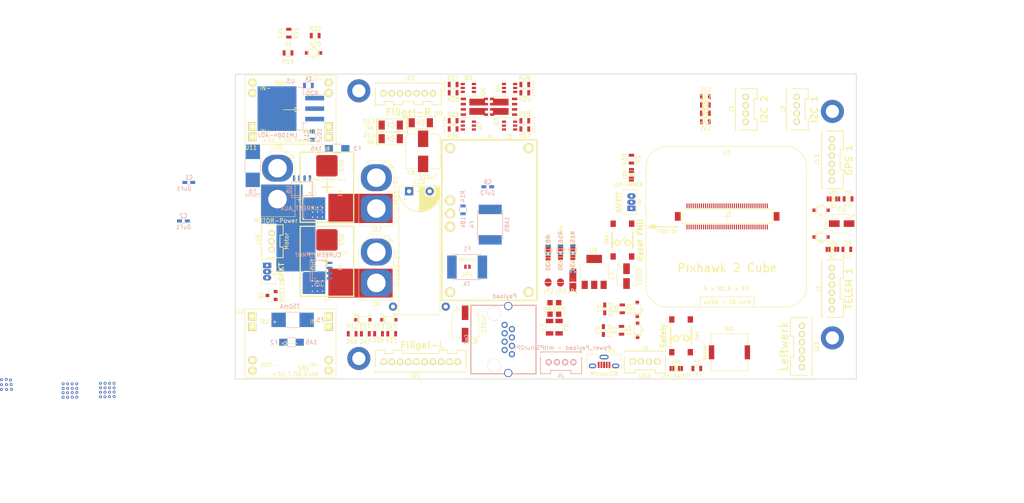
<source format=kicad_pcb>
(kicad_pcb (version 20171130) (host pcbnew "(2018-02-13 revision 365ab99a6)-makepkg")
  (layers (0 F.Cu signal) (31 B.Cu signal) (34 B.Paste user) (35 F.Paste user) (36 B.SilkS user) (37 F.SilkS user) (38 B.Mask user) (39 F.Mask user) (44 Edge.Cuts user))
  (net 0 "")
  (net 1 +5V_Sensors)
  (net 2 /ALARM)
  (net 3 GND)
  (net 4 /BATT­_CURRENT_SENS_PROT_1)
  (net 5 /AUX_BATT­_CURRENT_SENS_1)
  (net 6 /BATT­_CURRENT_SENS_PROT)
  (net 7 /AUX_BATT­_CURRENT_SENS)
  (net 8 /BATT­_VOLTAGE_SENS_PROT)
  (net 9 /AUX_BATT­_VOLTAGE_SENS)
  (net 10 +5V_Servo)
  (net 11 "Net-(F2-Pad1)")
  (net 12 +5V_Cube)
  (net 13 "Net-(F3-Pad1)")
  (net 14 "Net-(F5-Pad2)")
  (net 15 "Net-(F6-Pad2)")
  (net 16 /SERIAL1_RTS)
  (net 17 /SERIAL1_CTS)
  (net 18 /SERIAL1_RX)
  (net 19 /SERIAL1_TX)
  (net 20 /I2C_1_SDA)
  (net 21 /I2C_1_SCL)
  (net 22 /I2C_2_SCL)
  (net 23 /I2C_2_SDA)
  (net 24 /OTG_DP1)
  (net 25 /OTG_DM1)
  (net 26 /SERIAL2_TX)
  (net 27 /SERIAL2_RX)
  (net 28 /SERIAL_3_TX)
  (net 29 /SERIAL_3_RX)
  (net 30 /VDD_3V3_SPECTRUM_EN)
  (net 31 /IO-USART1_RX_SPECTRUM_DSM)
  (net 32 /IO-CH3-PROT)
  (net 33 /FMU-CH1-PROT)
  (net 34 /IO-CH1-PROT)
  (net 35 /IO-CH2-PROT)
  (net 36 /IO-CH5-PROT)
  (net 37 /IO-CH4-PROT)
  (net 38 /IO-CH6-PROT)
  (net 39 /IO-CH7-PROT)
  (net 40 "Net-(J24-Pad4)")
  (net 41 /SAFETY)
  (net 42 /IO-~LED_SAFETY_PROT)
  (net 43 /VBUS)
  (net 44 +3V3)
  (net 45 /FMU-~LED_AMBER)
  (net 46 /FMU-~RESET)
  (net 47 /FMU-CH3-PROT)
  (net 48 /FMU-CH2-PROT)
  (net 49 "Net-(U5-Pad1)")
  (net 50 "Net-(U6-Pad1)")
  (net 51 "Net-(A1-Pad2)")
  (net 52 "Net-(A1-Pad3)")
  (net 53 "Net-(A1-Pad4)")
  (net 54 "Net-(A1-Pad5)")
  (net 55 "Net-(A1-Pad6)")
  (net 56 "Net-(D6-Pad1)")
  (net 57 "Net-(J37-Pad2)")
  (net 58 "Net-(LD1-Pad2)")
  (net 59 "Net-(LD2-Pad2)")
  (net 60 "Net-(LD3-Pad2)")
  (net 61 "Net-(LD4-Pad2)")
  (net 62 "Net-(Q2-Pad1)")
  (net 63 "Net-(U1-Pad73)")
  (net 64 "Net-(U1-Pad71)")
  (net 65 "Net-(U1-Pad69)")
  (net 66 "Net-(U1-Pad67)")
  (net 67 "Net-(U1-Pad65)")
  (net 68 "Net-(U1-Pad57)")
  (net 69 "Net-(U1-Pad55)")
  (net 70 "Net-(U1-Pad51)")
  (net 71 "Net-(U1-Pad27)")
  (net 72 "Net-(U1-Pad11)")
  (net 73 "Net-(U1-Pad5)")
  (net 74 "Net-(U1-Pad3)")
  (net 75 "Net-(U1-Pad64)")
  (net 76 "Net-(U1-Pad46)")
  (net 77 "Net-(U1-Pad26)")
  (net 78 "Net-(U1-Pad14)")
  (net 79 "Net-(U1-Pad12)")
  (net 80 "Net-(U1-Pad10)")
  (net 81 "Net-(U1-Pad8)")
  (net 82 "Net-(U1-Pad1)")
  (net 83 "Net-(LD5-Pad2)")
  (net 84 "Net-(U1-Pad59)")
  (net 85 /Power_Supply/Recuperate)
  (net 86 "Net-(C10-Pad2)")
  (net 87 "Net-(D10-Pad2)")
  (net 88 "Net-(D12-Pad2)")
  (net 89 "Net-(R20-Pad2)")
  (net 90 "Net-(R21-Pad1)")
  (net 91 /Power_Supply/CrossFeed)
  (net 92 /Power_Supply)
  (net 93 "Net-(U1-Pad16)")
  (net 94 "Net-(U1-Pad18)")
  (net 95 "Net-(U1-Pad30)")
  (net 96 "Net-(U1-Pad32)")
  (net 97 "Net-(U1-Pad56)")
  (net 98 "Net-(U1-Pad58)")
  (net 99 "Net-(U1-Pad60)")
  (net 100 "Net-(U1-Pad62)")
  (net 101 "Net-(U1-Pad66)")
  (net 102 "Net-(U1-Pad21)")
  (net 103 "Net-(U1-Pad39)")
  (net 104 "Net-(U1-Pad41)")
  (net 105 "Net-(U1-Pad75)")
  (net 106 "Net-(U1-Pad77)")
  (net 107 "Net-(U1-Pad79)")
  (net 108 "Net-(D16-Pad1)")
  (net 109 "Net-(D17-Pad1)")
  (net 110 "Net-(LD6-Pad2)")
  (net 111 "Net-(LD7-Pad2)")
  (net 112 "Net-(D7-Pad1)")
  (net 113 /Power_Supply/ID_Ser_1)
  (net 114 /Power_Supply/ID_Cub_1)
  (net 115 /Power_Supply/ID_Sen_1)
  (net 116 /Power_Supply/ID_Cub_2)
  (net 117 /Power_Supply/ID_CrossFeed)
  (net 118 "Net-(Q2-Pad4)")
  (net 119 "Net-(Q3-Pad4)")
  (net 120 "Net-(Q4-Pad1)")
  (net 121 "Net-(Q5-Pad1)")
  (net 122 "Net-(Q5-Pad4)")
  (net 123 "Net-(Q6-Pad4)")
  (net 124 "Net-(Q7-Pad1)")
  (module connectors-[JS]:JUMPER-SOLDER-SMD_mit_flaechenanschluss (layer F.Cu) (at 226.175 133.025 90)
    (fp_text reference JP4 (at -1.875 0) (layer F.SilkS))
    (fp_text value BackUp (at 1.8 0 180) (layer F.SilkS) (effects (font (size 0.75 0.75) (thickness 0.1))))
    (pad 2 smd trapezoid (at 0 -0.5 180) (size 0.6 1) (rect_delta 0.1 0) (layers F.Cu F.Mask) (net 55 "Net-(A1-Pad6)"))
    (pad 1 smd trapezoid (at 0 0.5) (size 0.6 1) (rect_delta 0.1 0) (layers F.Cu F.Mask) (net 113 /Power_Supply/ID_Ser_1))
  )
  (module Capacitors-[MS]:CP_Radial_D10.0mm_P5.00mm_horizontal (layer F.Cu) (at 212 114.7)
    (fp_text reference C10 (at 2.5 -2.2) (layer F.SilkS))
    (fp_text value 10F/3V)
    (pad 4 thru_hole circle (at 8.9 28) (size 2 2) (drill 1) (layers *.Cu *.Mask))
    (pad 3 thru_hole circle (at -3.9 28) (size 2 2) (drill 1) (layers *.Cu *.Mask))
    (pad 2 thru_hole circle (at 5 0) (size 2 2) (drill 1) (layers *.Cu *.Mask) (net 86 "Net-(C10-Pad2)"))
    (pad 1 thru_hole rect (at 0 0) (size 2 2) (drill 1) (layers *.Cu *.Mask) (net 92 /Power_Supply))
  )
  (module Power_Integrations:SO-8 (layer B.Cu) (at 189.9 133.95 90)
    (fp_text reference U5 (at -3.305 0.012 -180) (layer B.SilkS) (effects (justify mirror)))
    (fp_text value CURRENT_PROT (at 3.75 0 -180) (layer B.SilkS) (effects (justify mirror)))
    (pad 8 smd oval (at -1.905 2.794 90) (size 0.6096 1.4732) (layers B.Cu B.Paste B.Mask) (net 44 +3V3))
    (pad 7 smd oval (at -0.635 2.794 90) (size 0.6096 1.4732) (layers B.Cu B.Paste B.Mask) (net 4 /BATT­_CURRENT_SENS_PROT_1))
    (pad 6 smd oval (at 0.635 2.794 90) (size 0.6096 1.4732) (layers B.Cu B.Paste B.Mask) (net 44 +3V3))
    (pad 5 smd oval (at 1.905 2.794 90) (size 0.6096 1.4732) (layers B.Cu B.Paste B.Mask) (net 3 GND))
    (pad 4 smd oval (at 1.905 -2.794 90) (size 0.6096 1.4732) (layers B.Cu B.Paste B.Mask) (net 92 /Power_Supply))
    (pad 3 smd oval (at 0.635 -2.794 90) (size 0.6096 1.4732) (layers B.Cu B.Paste B.Mask) (net 92 /Power_Supply))
    (pad 2 smd oval (at -0.635 -2.794 90) (size 0.6096 1.4732) (layers B.Cu B.Paste B.Mask) (net 49 "Net-(U5-Pad1)"))
    (pad 1 smd oval (at -1.905 -2.794 90) (size 0.6096 1.4732) (layers B.Cu B.Paste B.Mask) (net 49 "Net-(U5-Pad1)"))
  )
  (module Pixhawk_2-Cube:Pixhawk-2_Cube (layer F.Cu) (at 289.25 120.8 180)
    (fp_text reference U1 (at 0 15.5 180) (layer F.SilkS))
    (fp_text value Pixhawk_2_Cube_80-Pin_Header)
    (fp_text user "µUSB + SD card" (at 0 -20.75 180) (layer F.SilkS) (effects (font (size 0.9 0.9))))
    (fp_text user "Flight Dir" (at 14.55 -3.55 180) (layer F.SilkS) (effects (font (size 0.9 0.7) (thickness 0.125))))
    (fp_text user "4 x M1,6 x 10" (at 0.2 -17.5 180) (layer F.SilkS))
    (fp_text user 0 (at -0.6 0.8 180) (layer F.SilkS) (effects (font (size 0.9 0.7) (thickness 0.125))))
    (fp_text user "Pixhawk 2 Cube" (at 0 -12.5 180) (layer F.SilkS) (effects (font (size 2 2) (thickness 0.3))))
    (pad "" np_thru_hole circle (at 15.2 -17.5 270) (size 1.8 1.8) (drill 1.8) (layers *.Cu *.Mask) (clearance 1))
    (pad "" np_thru_hole circle (at -14.8 -17.5 270) (size 1.8 1.8) (drill 1.8) (layers *.Cu *.Mask) (clearance 1))
    (pad "" np_thru_hole circle (at 15.2 12.5 270) (size 1.8 1.8) (drill 1.8) (layers *.Cu *.Mask) (clearance 1))
    (pad "" np_thru_hole circle (at -14.8 12.5 270) (size 1.8 1.8) (drill 1.8) (layers *.Cu *.Mask) (clearance 1))
    (pad 0 smd rect (at -12.000832 0.00028 180) (size 1.4 2.1) (layers F.Cu F.Paste F.Mask))
    (pad 0 smd rect (at 11.999168 0 180) (size 1.4 2.1) (layers F.Cu F.Paste F.Mask))
    (pad "" np_thru_hole circle (at -11 1.9 180) (size 0.65 0.65) (drill 0.65) (layers *.Cu *.Mask) (clearance 0.15))
    (pad "" np_thru_hole circle (at 11 1.9 180) (size 0.65 0.65) (drill 0.65) (layers *.Cu *.Mask) (clearance 0.15))
    (pad 2 smd rect (at 9.748336 2.575 180) (size 0.25 1.15) (layers F.Cu F.Paste F.Mask) (net 45 /FMU-~LED_AMBER))
    (pad 1 smd rect (at 9.748336 -2.57472 180) (size 0.25 1.15) (layers F.Cu F.Paste F.Mask) (net 82 "Net-(U1-Pad1)"))
    (pad 4 smd rect (at 9.248336 2.575 180) (size 0.25 1.15) (layers F.Cu F.Paste F.Mask) (net 23 /I2C_2_SDA))
    (pad 6 smd rect (at 8.748336 2.575 180) (size 0.25 1.15) (layers F.Cu F.Paste F.Mask) (net 22 /I2C_2_SCL))
    (pad 8 smd rect (at 8.248336 2.575 180) (size 0.25 1.15) (layers F.Cu F.Paste F.Mask) (net 81 "Net-(U1-Pad8)"))
    (pad 10 smd rect (at 7.748336 2.575 180) (size 0.25 1.15) (layers F.Cu F.Paste F.Mask) (net 80 "Net-(U1-Pad10)"))
    (pad 12 smd rect (at 7.248336 2.575 180) (size 0.25 1.15) (layers F.Cu F.Paste F.Mask) (net 79 "Net-(U1-Pad12)"))
    (pad 14 smd rect (at 6.748336 2.575 180) (size 0.25 1.15) (layers F.Cu F.Paste F.Mask) (net 78 "Net-(U1-Pad14)"))
    (pad 16 smd rect (at 6.248336 2.575 180) (size 0.25 1.15) (layers F.Cu F.Paste F.Mask) (net 93 "Net-(U1-Pad16)"))
    (pad 18 smd rect (at 5.748336 2.575 180) (size 0.25 1.15) (layers F.Cu F.Paste F.Mask) (net 94 "Net-(U1-Pad18)"))
    (pad 20 smd rect (at 5.248336 2.575 180) (size 0.25 1.15) (layers F.Cu F.Paste F.Mask) (net 29 /SERIAL_3_RX))
    (pad 22 smd rect (at 4.748336 2.575 180) (size 0.25 1.15) (layers F.Cu F.Paste F.Mask) (net 28 /SERIAL_3_TX))
    (pad 24 smd rect (at 4.248336 2.575 180) (size 0.25 1.15) (layers F.Cu F.Paste F.Mask) (net 2 /ALARM))
    (pad 26 smd rect (at 3.748336 2.575 180) (size 0.25 1.15) (layers F.Cu F.Paste F.Mask) (net 77 "Net-(U1-Pad26)"))
    (pad 28 smd rect (at 3.248336 2.575 180) (size 0.25 1.15) (layers F.Cu F.Paste F.Mask) (net 42 /IO-~LED_SAFETY_PROT))
    (pad 30 smd rect (at 2.748336 2.575 180) (size 0.25 1.15) (layers F.Cu F.Paste F.Mask) (net 95 "Net-(U1-Pad30)"))
    (pad 32 smd rect (at 2.248336 2.575 180) (size 0.25 1.15) (layers F.Cu F.Paste F.Mask) (net 96 "Net-(U1-Pad32)"))
    (pad 34 smd rect (at 1.748336 2.575 180) (size 0.25 1.15) (layers F.Cu F.Paste F.Mask) (net 27 /SERIAL2_RX))
    (pad 36 smd rect (at 1.248336 2.575 180) (size 0.25 1.15) (layers F.Cu F.Paste F.Mask) (net 26 /SERIAL2_TX))
    (pad 38 smd rect (at 0.748336 2.575 180) (size 0.25 1.15) (layers F.Cu F.Paste F.Mask) (net 18 /SERIAL1_RX))
    (pad 40 smd rect (at 0.248336 2.575 180) (size 0.25 1.15) (layers F.Cu F.Paste F.Mask) (net 19 /SERIAL1_TX))
    (pad 42 smd rect (at -0.251664 2.575 180) (size 0.25 1.15) (layers F.Cu F.Paste F.Mask) (net 16 /SERIAL1_RTS))
    (pad 44 smd rect (at -0.751664 2.575 180) (size 0.25 1.15) (layers F.Cu F.Paste F.Mask) (net 17 /SERIAL1_CTS))
    (pad 46 smd rect (at -1.251664 2.575 180) (size 0.25 1.15) (layers F.Cu F.Paste F.Mask) (net 76 "Net-(U1-Pad46)"))
    (pad 48 smd rect (at -1.751664 2.575 180) (size 0.25 1.15) (layers F.Cu F.Paste F.Mask) (net 31 /IO-USART1_RX_SPECTRUM_DSM))
    (pad 50 smd rect (at -2.251664 2.575 180) (size 0.25 1.15) (layers F.Cu F.Paste F.Mask) (net 33 /FMU-CH1-PROT))
    (pad 52 smd rect (at -2.751664 2.575 180) (size 0.25 1.15) (layers F.Cu F.Paste F.Mask) (net 48 /FMU-CH2-PROT))
    (pad 54 smd rect (at -3.251664 2.575 180) (size 0.25 1.15) (layers F.Cu F.Paste F.Mask) (net 47 /FMU-CH3-PROT))
    (pad 56 smd rect (at -3.751664 2.575 180) (size 0.25 1.15) (layers F.Cu F.Paste F.Mask) (net 97 "Net-(U1-Pad56)"))
    (pad 58 smd rect (at -4.251664 2.575 180) (size 0.25 1.15) (layers F.Cu F.Paste F.Mask) (net 98 "Net-(U1-Pad58)"))
    (pad 60 smd rect (at -4.751664 2.575 180) (size 0.25 1.15) (layers F.Cu F.Paste F.Mask) (net 99 "Net-(U1-Pad60)"))
    (pad 62 smd rect (at -5.251664 2.575 180) (size 0.25 1.15) (layers F.Cu F.Paste F.Mask) (net 100 "Net-(U1-Pad62)"))
    (pad 64 smd rect (at -5.751664 2.575 180) (size 0.25 1.15) (layers F.Cu F.Paste F.Mask) (net 75 "Net-(U1-Pad64)"))
    (pad 66 smd rect (at -6.251664 2.575 180) (size 0.25 1.15) (layers F.Cu F.Paste F.Mask) (net 101 "Net-(U1-Pad66)"))
    (pad 68 smd rect (at -6.751664 2.575 180) (size 0.25 1.15) (layers F.Cu F.Paste F.Mask) (net 39 /IO-CH7-PROT))
    (pad 70 smd rect (at -7.251664 2.575 180) (size 0.25 1.15) (layers F.Cu F.Paste F.Mask) (net 38 /IO-CH6-PROT))
    (pad 72 smd rect (at -7.751664 2.575 180) (size 0.25 1.15) (layers F.Cu F.Paste F.Mask) (net 36 /IO-CH5-PROT))
    (pad 74 smd rect (at -8.251664 2.575 180) (size 0.25 1.15) (layers F.Cu F.Paste F.Mask) (net 37 /IO-CH4-PROT))
    (pad 76 smd rect (at -8.751664 2.575 180) (size 0.25 1.15) (layers F.Cu F.Paste F.Mask) (net 32 /IO-CH3-PROT))
    (pad 78 smd rect (at -9.251664 2.575 180) (size 0.25 1.15) (layers F.Cu F.Paste F.Mask) (net 35 /IO-CH2-PROT))
    (pad 80 smd rect (at -9.751664 2.575 180) (size 0.25 1.15) (layers F.Cu F.Paste F.Mask) (net 34 /IO-CH1-PROT))
    (pad 3 smd rect (at 9.248336 -2.57472 180) (size 0.25 1.15) (layers F.Cu F.Paste F.Mask) (net 74 "Net-(U1-Pad3)"))
    (pad 5 smd rect (at 8.748336 -2.57472 180) (size 0.25 1.15) (layers F.Cu F.Paste F.Mask) (net 73 "Net-(U1-Pad5)"))
    (pad 7 smd rect (at 8.248336 -2.57472 180) (size 0.25 1.15) (layers F.Cu F.Paste F.Mask) (net 46 /FMU-~RESET))
    (pad 9 smd rect (at 7.748336 -2.57472 180) (size 0.25 1.15) (layers F.Cu F.Paste F.Mask) (net 10 +5V_Servo))
    (pad 11 smd rect (at 7.248336 -2.57472 180) (size 0.25 1.15) (layers F.Cu F.Paste F.Mask) (net 72 "Net-(U1-Pad11)"))
    (pad 13 smd rect (at 6.748336 -2.57472 180) (size 0.25 1.15) (layers F.Cu F.Paste F.Mask) (net 3 GND))
    (pad 15 smd rect (at 6.248336 -2.57472 180) (size 0.25 1.15) (layers F.Cu F.Paste F.Mask) (net 3 GND))
    (pad 17 smd rect (at 5.748336 -2.57472 180) (size 0.25 1.15) (layers F.Cu F.Paste F.Mask) (net 41 /SAFETY))
    (pad 19 smd rect (at 5.248336 -2.57472 180) (size 0.25 1.15) (layers F.Cu F.Paste F.Mask) (net 30 /VDD_3V3_SPECTRUM_EN))
    (pad 21 smd rect (at 4.748336 -2.57472 180) (size 0.25 1.15) (layers F.Cu F.Paste F.Mask) (net 102 "Net-(U1-Pad21)"))
    (pad 23 smd rect (at 4.248336 -2.57472 180) (size 0.25 1.15) (layers F.Cu F.Paste F.Mask) (net 9 /AUX_BATT­_VOLTAGE_SENS))
    (pad 25 smd rect (at 3.748336 -2.57472 180) (size 0.25 1.15) (layers F.Cu F.Paste F.Mask) (net 7 /AUX_BATT­_CURRENT_SENS))
    (pad 27 smd rect (at 3.248336 -2.57472 180) (size 0.25 1.15) (layers F.Cu F.Paste F.Mask) (net 71 "Net-(U1-Pad27)"))
    (pad 29 smd rect (at 2.748336 -2.57472 180) (size 0.25 1.15) (layers F.Cu F.Paste F.Mask) (net 43 /VBUS))
    (pad 31 smd rect (at 2.248336 -2.57472 180) (size 0.25 1.15) (layers F.Cu F.Paste F.Mask) (net 24 /OTG_DP1))
    (pad 33 smd rect (at 1.748336 -2.57472 180) (size 0.25 1.15) (layers F.Cu F.Paste F.Mask) (net 25 /OTG_DM1))
    (pad 35 smd rect (at 1.248336 -2.57472 180) (size 0.25 1.15) (layers F.Cu F.Paste F.Mask) (net 20 /I2C_1_SDA))
    (pad 37 smd rect (at 0.748336 -2.57472 180) (size 0.25 1.15) (layers F.Cu F.Paste F.Mask) (net 21 /I2C_1_SCL))
    (pad 39 smd rect (at 0.248336 -2.57472 180) (size 0.25 1.15) (layers F.Cu F.Paste F.Mask) (net 103 "Net-(U1-Pad39)"))
    (pad 41 smd rect (at -0.251664 -2.57472 180) (size 0.25 1.15) (layers F.Cu F.Paste F.Mask) (net 104 "Net-(U1-Pad41)"))
    (pad 43 smd rect (at -0.751664 -2.57472 180) (size 0.25 1.15) (layers F.Cu F.Paste F.Mask) (net 12 +5V_Cube))
    (pad 45 smd rect (at -1.251664 -2.57472 180) (size 0.25 1.15) (layers F.Cu F.Paste F.Mask) (net 12 +5V_Cube))
    (pad 47 smd rect (at -1.751664 -2.57472 180) (size 0.25 1.15) (layers F.Cu F.Paste F.Mask) (net 8 /BATT­_VOLTAGE_SENS_PROT))
    (pad 49 smd rect (at -2.251664 -2.57472 180) (size 0.25 1.15) (layers F.Cu F.Paste F.Mask) (net 6 /BATT­_CURRENT_SENS_PROT))
    (pad 51 smd rect (at -2.751664 -2.57472 180) (size 0.25 1.15) (layers F.Cu F.Paste F.Mask) (net 70 "Net-(U1-Pad51)"))
    (pad 53 smd rect (at -3.251664 -2.57472 180) (size 0.25 1.15) (layers F.Cu F.Paste F.Mask) (net 10 +5V_Servo))
    (pad 55 smd rect (at -3.751664 -2.57472 180) (size 0.25 1.15) (layers F.Cu F.Paste F.Mask) (net 69 "Net-(U1-Pad55)"))
    (pad 57 smd rect (at -4.251664 -2.57472 180) (size 0.25 1.15) (layers F.Cu F.Paste F.Mask) (net 68 "Net-(U1-Pad57)"))
    (pad 59 smd rect (at -4.751664 -2.57472 180) (size 0.25 1.15) (layers F.Cu F.Paste F.Mask) (net 84 "Net-(U1-Pad59)"))
    (pad 61 smd rect (at -5.251664 -2.57472 180) (size 0.25 1.15) (layers F.Cu F.Paste F.Mask) (net 12 +5V_Cube))
    (pad 63 smd rect (at -5.751664 -2.57472 180) (size 0.25 1.15) (layers F.Cu F.Paste F.Mask) (net 12 +5V_Cube))
    (pad 65 smd rect (at -6.251664 -2.57472 180) (size 0.25 1.15) (layers F.Cu F.Paste F.Mask) (net 67 "Net-(U1-Pad65)"))
    (pad 67 smd rect (at -6.751664 -2.57472 180) (size 0.25 1.15) (layers F.Cu F.Paste F.Mask) (net 66 "Net-(U1-Pad67)"))
    (pad 69 smd rect (at -7.251664 -2.57472 180) (size 0.25 1.15) (layers F.Cu F.Paste F.Mask) (net 65 "Net-(U1-Pad69)"))
    (pad 71 smd rect (at -7.751664 -2.57472 180) (size 0.25 1.15) (layers F.Cu F.Paste F.Mask) (net 64 "Net-(U1-Pad71)"))
    (pad 73 smd rect (at -8.251664 -2.57472 180) (size 0.25 1.15) (layers F.Cu F.Paste F.Mask) (net 63 "Net-(U1-Pad73)"))
    (pad 75 smd rect (at -8.751664 -2.57472 180) (size 0.25 1.15) (layers F.Cu F.Paste F.Mask) (net 105 "Net-(U1-Pad75)"))
    (pad 77 smd rect (at -9.251664 -2.57472 180) (size 0.25 1.15) (layers F.Cu F.Paste F.Mask) (net 106 "Net-(U1-Pad77)"))
    (pad 79 smd rect (at -9.751664 -2.57472 180) (size 0.25 1.15) (layers F.Cu F.Paste F.Mask) (net 107 "Net-(U1-Pad79)"))
  )
  (module Power-IC:Mini_MP1584EN (layer F.Cu) (at 183.2 151.625)
    (fp_text reference U2 (at -12.29 -7.73) (layer F.SilkS))
    (fp_text value +5V_1,5A_Cube (at 1.25 7.41) (layer F.SilkS))
    (fp_text user SBX (at 3.22 6.05) (layer F.SilkS))
    (fp_text user OUT- (at -5.25 5.25) (layer F.SilkS))
    (fp_text user IN- (at 6.1 5.25) (layer F.SilkS))
    (fp_text user IN+ (at 6.1 -5.25) (layer F.SilkS))
    (fp_text user OUT+ (at -5.25 -5.25) (layer F.SilkS))
    (pad 1 thru_hole rect (at 9.271 -6.604) (size 2 2) (drill 1) (layers *.Cu *.Mask F.SilkS) (net 14 "Net-(F5-Pad2)"))
    (pad 2 thru_hole rect (at 9.271 -4.064) (size 2 2) (drill 1) (layers *.Cu *.Mask F.SilkS) (net 14 "Net-(F5-Pad2)"))
    (pad 4 thru_hole circle (at 9.271 6.604) (size 2 2) (drill 1) (layers *.Cu *.Mask F.SilkS) (net 3 GND))
    (pad 3 thru_hole circle (at 9.271 4.064) (size 2 2) (drill 1) (layers *.Cu *.Mask F.SilkS) (net 3 GND))
    (pad 8 thru_hole rect (at -9.271 -6.604) (size 2 2) (drill 1) (layers *.Cu *.Mask F.SilkS) (net 11 "Net-(F2-Pad1)"))
    (pad 7 thru_hole rect (at -9.271 -4.064) (size 2 2) (drill 1) (layers *.Cu *.Mask F.SilkS) (net 11 "Net-(F2-Pad1)"))
    (pad 6 thru_hole circle (at -9.271 4.064) (size 2 2) (drill 1) (layers *.Cu *.Mask F.SilkS) (net 3 GND))
    (pad 5 thru_hole circle (at -9.271 6.604) (size 2 2) (drill 1) (layers *.Cu *.Mask F.SilkS) (net 3 GND))
  )
  (module Power-IC:Mini_MP1584EN (layer F.Cu) (at 183.225 94.9 180)
    (fp_text reference U11 (at 9.625 -9.2) (layer F.SilkS))
    (fp_text value +5V_1,5A_Sensors (at -0.01 -7.42 180) (layer F.SilkS))
    (fp_text user SBX (at 2.33 6.5 180) (layer F.SilkS))
    (fp_text user OUT- (at -5.91 7.57 180) (layer F.SilkS))
    (fp_text user IN- (at 6.1 5.25 180) (layer F.SilkS))
    (fp_text user IN+ (at 6.1 -5.25 180) (layer F.SilkS))
    (fp_text user OUT+ (at -5.25 -5.25 180) (layer F.SilkS))
    (pad 1 thru_hole rect (at 9.271 -6.604 180) (size 2 2) (drill 1) (layers *.Cu *.Mask F.SilkS) (net 15 "Net-(F6-Pad2)"))
    (pad 2 thru_hole rect (at 9.271 -4.064 180) (size 2 2) (drill 1) (layers *.Cu *.Mask F.SilkS) (net 15 "Net-(F6-Pad2)"))
    (pad 4 thru_hole circle (at 9.271 6.604 180) (size 2 2) (drill 1) (layers *.Cu *.Mask F.SilkS) (net 3 GND))
    (pad 3 thru_hole circle (at 9.271 4.064 180) (size 2 2) (drill 1) (layers *.Cu *.Mask F.SilkS) (net 3 GND))
    (pad 8 thru_hole rect (at -9.271 -6.604 180) (size 2 2) (drill 1) (layers *.Cu *.Mask F.SilkS) (net 13 "Net-(F3-Pad1)"))
    (pad 7 thru_hole rect (at -9.271 -4.064 180) (size 2 2) (drill 1) (layers *.Cu *.Mask F.SilkS) (net 13 "Net-(F3-Pad1)"))
    (pad 6 thru_hole circle (at -9.271 4.064 180) (size 2 2) (drill 1) (layers *.Cu *.Mask F.SilkS) (net 3 GND))
    (pad 5 thru_hole circle (at -9.271 6.604 180) (size 2 2) (drill 1) (layers *.Cu *.Mask F.SilkS) (net 3 GND))
  )
  (module w_smd_diode:sod123 (layer F.Cu) (at 188.8 81.1)
    (fp_text reference D8 (at 0 -1.30048) (layer F.SilkS) (effects (font (size 0.4 0.4) (thickness 0.1))))
    (fp_text value 3V (at 0 1.19888) (layer F.SilkS) (effects (font (size 0.4 0.4) (thickness 0.1))))
    (pad 1 smd rect (at -1.67386 0) (size 0.8509 0.8509) (layers F.Cu F.Paste F.Mask) (net 85 /Power_Supply/Recuperate))
    (pad 2 smd rect (at 1.67386 0) (size 0.8509 0.8509) (layers F.Cu F.Paste F.Mask) (net 92 /Power_Supply))
  )
  (module connectors-[JS]:JUMPER-SOLDER-SMD_mit_flaechenanschluss (layer F.Cu) (at 251.766819 136.840018)
    (fp_text reference JP1 (at 0 2.1336) (layer F.SilkS))
    (fp_text value Servo)
    (pad 2 smd trapezoid (at 0 -0.5 90) (size 0.6 1) (rect_delta 0.1 0) (layers F.Cu F.Mask) (net 91 /Power_Supply/CrossFeed))
    (pad 1 smd trapezoid (at 0 0.5 270) (size 0.6 1) (rect_delta 0.1 0) (layers F.Cu F.Mask) (net 10 +5V_Servo))
  )
  (module stitching_vias:Stitching_Via-0_7mm (layer F.Cu) (at 139.275 161.325)
    (fp_text reference REF** hide)
    (fp_text value Stitching_Via-0_7mm hide)
    (pad 1 thru_hole circle (at 0 0) (size 0.7 0.7) (drill 0.3) (layers *.Cu) (net 3 GND))
  )
  (module stitching_vias:Stitching_Via-0_7mm (layer F.Cu) (at 137.075 162.425)
    (fp_text reference REF** hide)
    (fp_text value Stitching_Via-0_7mm hide)
    (pad 1 thru_hole circle (at 0 0) (size 0.7 0.7) (drill 0.3) (layers *.Cu) (net 3 GND))
  )
  (module stitching_vias:Stitching_Via-0_7mm (layer F.Cu) (at 138.175 162.425)
    (fp_text reference REF** hide)
    (fp_text value Stitching_Via-0_7mm hide)
    (pad 1 thru_hole circle (at 0 0) (size 0.7 0.7) (drill 0.3) (layers *.Cu) (net 3 GND))
  )
  (module stitching_vias:Stitching_Via-0_7mm (layer F.Cu) (at 138.15 163.5)
    (fp_text reference REF** hide)
    (fp_text value Stitching_Via-0_7mm hide)
    (pad 1 thru_hole circle (at 0 0) (size 0.7 0.7) (drill 0.3) (layers *.Cu) (net 3 GND))
  )
  (module stitching_vias:Stitching_Via-0_7mm (layer F.Cu) (at 138.15 164.6)
    (fp_text reference REF** hide)
    (fp_text value Stitching_Via-0_7mm hide)
    (pad 1 thru_hole circle (at 0 0) (size 0.7 0.7) (drill 0.3) (layers *.Cu) (net 3 GND))
  )
  (module stitching_vias:Stitching_Via-0_7mm (layer F.Cu) (at 139.275 164.575)
    (fp_text reference REF** hide)
    (fp_text value Stitching_Via-0_7mm hide)
    (pad 1 thru_hole circle (at 0 0) (size 0.7 0.7) (drill 0.3) (layers *.Cu) (net 3 GND))
  )
  (module stitching_vias:Stitching_Via-0_7mm (layer F.Cu) (at 140.375 163.45)
    (fp_text reference REF** hide)
    (fp_text value Stitching_Via-0_7mm hide)
    (pad 1 thru_hole circle (at 0 0) (size 0.7 0.7) (drill 0.3) (layers *.Cu) (net 3 GND))
  )
  (module stitching_vias:Stitching_Via-0_7mm (layer F.Cu) (at 137.05 163.5)
    (fp_text reference REF** hide)
    (fp_text value Stitching_Via-0_7mm hide)
    (pad 1 thru_hole circle (at 0 0) (size 0.7 0.7) (drill 0.3) (layers *.Cu) (net 3 GND))
  )
  (module stitching_vias:Stitching_Via-0_7mm (layer F.Cu) (at 140.375 161.325)
    (fp_text reference REF** hide)
    (fp_text value Stitching_Via-0_7mm hide)
    (pad 1 thru_hole circle (at 0 0) (size 0.7 0.7) (drill 0.3) (layers *.Cu) (net 3 GND))
  )
  (module stitching_vias:Stitching_Via-0_7mm (layer F.Cu) (at 139.275 163.475)
    (fp_text reference REF** hide)
    (fp_text value Stitching_Via-0_7mm hide)
    (pad 1 thru_hole circle (at 0 0) (size 0.7 0.7) (drill 0.3) (layers *.Cu) (net 3 GND))
  )
  (module stitching_vias:Stitching_Via-0_7mm (layer F.Cu) (at 140.375 164.55)
    (fp_text reference REF** hide)
    (fp_text value Stitching_Via-0_7mm hide)
    (pad 1 thru_hole circle (at 0 0) (size 0.7 0.7) (drill 0.3) (layers *.Cu) (net 3 GND))
  )
  (module stitching_vias:Stitching_Via-0_7mm (layer F.Cu) (at 140.375 162.425)
    (fp_text reference REF** hide)
    (fp_text value Stitching_Via-0_7mm hide)
    (pad 1 thru_hole circle (at 0 0) (size 0.7 0.7) (drill 0.3) (layers *.Cu) (net 3 GND))
  )
  (module stitching_vias:Stitching_Via-0_7mm (layer F.Cu) (at 137.05 164.6)
    (fp_text reference REF** hide)
    (fp_text value Stitching_Via-0_7mm hide)
    (pad 1 thru_hole circle (at 0 0) (size 0.7 0.7) (drill 0.3) (layers *.Cu) (net 3 GND))
  )
  (module stitching_vias:Stitching_Via-0_7mm (layer F.Cu) (at 137.075 161.325)
    (fp_text reference REF** hide)
    (fp_text value Stitching_Via-0_7mm hide)
    (pad 1 thru_hole circle (at 0 0) (size 0.7 0.7) (drill 0.3) (layers *.Cu) (net 3 GND))
  )
  (module stitching_vias:Stitching_Via-0_7mm (layer F.Cu) (at 138.175 161.325)
    (fp_text reference REF** hide)
    (fp_text value Stitching_Via-0_7mm hide)
    (pad 1 thru_hole circle (at 0 0) (size 0.7 0.7) (drill 0.3) (layers *.Cu) (net 3 GND))
  )
  (module stitching_vias:Stitching_Via-0_7mm (layer F.Cu) (at 139.275 162.425)
    (fp_text reference REF** hide)
    (fp_text value Stitching_Via-0_7mm hide)
    (pad 1 thru_hole circle (at 0 0) (size 0.7 0.7) (drill 0.3) (layers *.Cu) (net 3 GND))
  )
  (module devices_[JS]:PKMCS0909E4000-R1 (layer F.Cu) (at 289.8 153.8)
    (fp_text reference BZ1 (at 0 -5.75) (layer F.SilkS) (effects (font (size 0.8 0.8))))
    (fp_text value Buzzer (at -6 0.03 90) (layer F.SilkS) (effects (font (size 0.8 0.8))))
    (pad 2 smd rect (at 4.35 0) (size 1.3 3.4) (layers F.Cu F.Paste F.Mask) (net 3 GND))
    (pad 1 smd rect (at -4.35 0) (size 1.3 3.4) (layers F.Cu F.Paste F.Mask) (net 2 /ALARM))
  )
  (module TO_SOT_Packages_SMD:TO-263-3_TabPin2 (layer B.Cu) (at 183.3 94.625 180)
    (fp_text reference U3 (at 0 6.65 180) (layer B.SilkS) (effects (justify mirror)))
    (fp_text value LM1084-ADJ (at 3.225 -6.45 180) (layer B.SilkS) (effects (justify mirror)))
    (pad 2 smd rect (at 0.95 -2.775 180) (size 4.55 5.25) (layers B.Cu B.Paste) (net 85 /Power_Supply/Recuperate))
    (pad 2 smd rect (at 5.8 2.775 180) (size 4.55 5.25) (layers B.Cu B.Paste) (net 85 /Power_Supply/Recuperate))
    (pad 2 smd rect (at 0.95 2.775 180) (size 4.55 5.25) (layers B.Cu B.Paste) (net 85 /Power_Supply/Recuperate))
    (pad 2 smd rect (at 5.8 -2.775 180) (size 4.55 5.25) (layers B.Cu B.Paste) (net 85 /Power_Supply/Recuperate))
    (pad 2 smd rect (at 3.375 0 180) (size 9.4 10.8) (layers B.Cu B.Mask) (net 85 /Power_Supply/Recuperate))
    (pad 3 smd rect (at -5.775 -2.54 180) (size 4.6 1.1) (layers B.Cu B.Paste B.Mask) (net 92 /Power_Supply))
    (pad 2 smd rect (at -5.775 0 180) (size 4.6 1.1) (layers B.Cu B.Paste B.Mask) (net 85 /Power_Supply/Recuperate))
    (pad 1 smd rect (at -5.775 2.54 180) (size 4.6 1.1) (layers B.Cu B.Paste B.Mask) (net 89 "Net-(R20-Pad2)"))
  )
  (module Resistors-Mini-SMD:R_0805 (layer F.Cu) (at 189.2 76.9)
    (fp_text reference R22 (at 0 -1.7) (layer F.SilkS))
    (fp_text value 470 (at 0 2.1) (layer F.SilkS))
    (pad 1 smd rect (at -0.95 0) (size 0.7 1.3) (layers F.Cu F.Paste F.Mask) (net 3 GND))
    (pad 2 smd rect (at 0.95 0) (size 0.7 1.3) (layers F.Cu F.Paste F.Mask) (net 90 "Net-(R21-Pad1)"))
  )
  (module Resistors-Mini-SMD:R_0805 (layer F.Cu) (at 182.8 76.3 270)
    (fp_text reference R21 (at 0 -1.825 270) (layer F.SilkS))
    (fp_text value 12k (at 0 2.1 270) (layer F.SilkS))
    (pad 2 smd rect (at 0.95 0 270) (size 0.7 1.3) (layers F.Cu F.Paste F.Mask) (net 89 "Net-(R20-Pad2)"))
    (pad 1 smd rect (at -0.95 0 270) (size 0.7 1.3) (layers F.Cu F.Paste F.Mask) (net 90 "Net-(R21-Pad1)"))
  )
  (module Resistors-Mini-SMD:R_0805 (layer B.Cu) (at 187.55 89)
    (fp_text reference R20 (at 0.925 1.9) (layer B.SilkS) (effects (justify mirror)))
    (fp_text value 1k (at 0 -1.675) (layer B.SilkS) (effects (justify mirror)))
    (pad 1 smd rect (at -0.95 0) (size 0.7 1.3) (layers B.Cu B.Paste B.Mask) (net 85 /Power_Supply/Recuperate))
    (pad 2 smd rect (at 0.95 0) (size 0.7 1.3) (layers B.Cu B.Paste B.Mask) (net 89 "Net-(R20-Pad2)"))
  )
  (module Resistors-Mini-SMD:R_0805 (layer F.Cu) (at 182.6 81.1 180)
    (fp_text reference R19 (at 0 -2.1 180) (layer F.SilkS))
    (fp_text value 5k (at 0 2.1 180) (layer F.SilkS))
    (pad 1 smd rect (at -0.95 0 180) (size 0.7 1.3) (layers F.Cu F.Paste F.Mask) (net 86 "Net-(C10-Pad2)"))
    (pad 2 smd rect (at 0.95 0 180) (size 0.7 1.3) (layers F.Cu F.Paste F.Mask) (net 85 /Power_Supply/Recuperate))
  )
  (module General_smd-[JS]:SOD-128 (layer F.Cu) (at 207.55 98.625 180)
    (fp_text reference D12 (at 5.25 0.9 180) (layer F.SilkS))
    (fp_text value 5A (at 5.2 -0.675 180) (layer F.SilkS))
    (pad 2 smd rect (at 2.2 0 180) (size 1.5 2.2) (layers F.Cu F.Paste F.Mask) (net 88 "Net-(D12-Pad2)"))
    (pad 1 smd rect (at -2.2 0 180) (size 1.5 2.2) (layers F.Cu F.Paste F.Mask) (net 85 /Power_Supply/Recuperate))
  )
  (module General_smd-[JS]:SOD-128 (layer F.Cu) (at 207.55 101.925 180)
    (fp_text reference D10 (at 5.175 0.825 180) (layer F.SilkS))
    (fp_text value 5A (at 4.875 -0.825 180) (layer F.SilkS))
    (pad 1 smd rect (at -2.2 0 180) (size 1.5 2.2) (layers F.Cu F.Paste F.Mask) (net 85 /Power_Supply/Recuperate))
    (pad 2 smd rect (at 2.2 0 180) (size 1.5 2.2) (layers F.Cu F.Paste F.Mask) (net 87 "Net-(D10-Pad2)"))
  )
  (module General_smd-[JS]:SOD-128 (layer F.Cu) (at 214.85 98.05 180)
    (fp_text reference D9 (at -4.275 2.25 180) (layer F.SilkS))
    (fp_text value 30V/2W)
    (pad 2 smd rect (at 2.2 0 180) (size 1.5 2.2) (layers F.Cu F.Paste F.Mask) (net 85 /Power_Supply/Recuperate))
    (pad 1 smd rect (at -2.2 0 180) (size 1.5 2.2) (layers F.Cu F.Paste F.Mask) (net 3 GND))
  )
  (module Capacitors_SMD:C_0805 (layer B.Cu) (at 188.525 101.2 270)
    (fp_text reference C11 (at 0 1.5 270) (layer B.SilkS) (effects (justify mirror)))
    (fp_text value 10uF (at 0 -1.75 270) (layer B.SilkS) (effects (justify mirror)))
    (pad 2 smd rect (at 1 0 270) (size 1 1.25) (layers B.Cu B.Paste B.Mask) (net 3 GND))
    (pad 1 smd rect (at -1 0 270) (size 1 1.25) (layers B.Cu B.Paste B.Mask) (net 92 /Power_Supply))
  )
  (module Capacitors_SMD:CP_Elec_8x10.5 (layer F.Cu) (at 215.4 105 270)
    (fp_text reference C9 (at 5.15 2.925) (layer F.SilkS))
    (fp_text value 330uF (at 6.25 -1.1) (layer F.SilkS))
    (fp_text user + (at -4.78 3.91 270) (layer F.SilkS))
    (pad 2 smd rect (at 3.05 0 90) (size 4 2.5) (layers F.Cu F.Paste F.Mask) (net 3 GND))
    (pad 1 smd rect (at -3.05 0 90) (size 4 2.5) (layers F.Cu F.Paste F.Mask) (net 85 /Power_Supply/Recuperate))
  )
  (module Capacitors_SMD:C_0603_HandSoldering (layer B.Cu) (at 158.5 112.55 180)
    (fp_text reference C1 (at 0 1.25 180) (layer B.SilkS) (effects (justify mirror)))
    (fp_text value 0uF1 (at 1.2 -1.55 180) (layer B.SilkS) (effects (justify mirror)))
    (pad 2 smd rect (at 0.95 0 180) (size 1.2 0.75) (layers B.Cu B.Paste B.Mask) (net 3 GND))
    (pad 1 smd rect (at -0.95 0 180) (size 1.2 0.75) (layers B.Cu B.Paste B.Mask) (net 44 +3V3))
  )
  (module Capacitors_SMD:C_0603_HandSoldering (layer F.Cu) (at 259.51 143.25 90)
    (fp_text reference C3 (at 0 -1.25 90) (layer F.SilkS))
    (fp_text value 10nF (at 0 1.5 90) (layer F.SilkS))
    (pad 2 smd rect (at 0.95 0 90) (size 1.2 0.75) (layers F.Cu F.Paste F.Mask) (net 3 GND))
    (pad 1 smd rect (at -0.95 0 90) (size 1.2 0.75) (layers F.Cu F.Paste F.Mask) (net 4 /BATT­_CURRENT_SENS_PROT_1))
  )
  (module Capacitors_SMD:C_0603_HandSoldering (layer F.Cu) (at 259.19 148.51 90)
    (fp_text reference C4 (at 0 -1.25 90) (layer F.SilkS))
    (fp_text value 10nF (at 0 1.5 90) (layer F.SilkS))
    (pad 2 smd rect (at 0.95 0 90) (size 1.2 0.75) (layers F.Cu F.Paste F.Mask) (net 3 GND))
    (pad 1 smd rect (at -0.95 0 90) (size 1.2 0.75) (layers F.Cu F.Paste F.Mask) (net 5 /AUX_BATT­_CURRENT_SENS_1))
  )
  (module Capacitors_SMD:C_0603_HandSoldering (layer B.Cu) (at 157.2 121.9 180)
    (fp_text reference C2 (at 0 1.25 180) (layer B.SilkS) (effects (justify mirror)))
    (fp_text value 0uF1 (at 0 -1.5 180) (layer B.SilkS) (effects (justify mirror)))
    (pad 2 smd rect (at 0.95 0 180) (size 1.2 0.75) (layers B.Cu B.Paste B.Mask) (net 3 GND))
    (pad 1 smd rect (at -0.95 0 180) (size 1.2 0.75) (layers B.Cu B.Paste B.Mask) (net 44 +3V3))
  )
  (module w_smd_diode:sod123 (layer F.Cu) (at 207.082136 145.893605 180)
    (fp_text reference D4 (at 1.7 1.3 180) (layer F.SilkS) (effects (font (size 0.4 0.4) (thickness 0.1))))
    (fp_text value 3V6 (at -1.6 1.3 180) (layer F.SilkS) (effects (font (size 0.4 0.4) (thickness 0.1))))
    (pad 2 smd rect (at 1.67386 0 180) (size 0.8509 0.8509) (layers F.Cu F.Paste F.Mask) (net 9 /AUX_BATT­_VOLTAGE_SENS))
    (pad 1 smd rect (at -1.67386 0 180) (size 0.8509 0.8509) (layers F.Cu F.Paste F.Mask) (net 3 GND))
  )
  (module w_smd_diode:sod123 (layer F.Cu) (at 200.775 145.9 180)
    (fp_text reference D3 (at -1.7 1.2 180) (layer F.SilkS) (effects (font (size 0.4 0.4) (thickness 0.1))))
    (fp_text value 3V6 (at 1.6 1.2 180) (layer F.SilkS) (effects (font (size 0.4 0.4) (thickness 0.1))))
    (pad 1 smd rect (at -1.67386 0 180) (size 0.8509 0.8509) (layers F.Cu F.Paste F.Mask) (net 3 GND))
    (pad 2 smd rect (at 1.67386 0 180) (size 0.8509 0.8509) (layers F.Cu F.Paste F.Mask) (net 8 /BATT­_VOLTAGE_SENS_PROT))
  )
  (module Resistors-Mini-SMD:R_0805 (layer B.Cu) (at 251.766819 128.840018 270)
    (fp_text reference R15 (at -3.05 0 270) (layer B.SilkS) (effects (justify mirror)))
    (fp_text value 430 (at 3.8 0 270) (layer B.SilkS) (effects (justify mirror)))
    (pad 1 smd rect (at -0.95 0 270) (size 0.7 1.3) (layers B.Cu B.Paste B.Mask) (net 3 GND))
    (pad 2 smd rect (at 0.95 0 270) (size 0.7 1.3) (layers B.Cu B.Paste B.Mask) (net 83 "Net-(LD5-Pad2)"))
  )
  (module w_smd_leds:Led_0805 (layer F.Cu) (at 251.766819 129.740018 270)
    (fp_text reference LD5 (at 3.1 0.1 270) (layer F.SilkS) (effects (font (size 0.8001 0.8001) (thickness 0.14986))))
    (fp_text value Servo (at -3.7 0.1 270) (layer F.SilkS) (effects (font (size 0.8001 0.8001) (thickness 0.14986))))
    (pad 1 smd rect (at -1.04902 0 270) (size 1.19888 1.19888) (layers F.Cu F.Paste F.Mask) (net 113 /Power_Supply/ID_Ser_1))
    (pad 2 smd rect (at 1.04902 0 270) (size 1.19888 1.19888) (layers F.Cu F.Paste F.Mask) (net 83 "Net-(LD5-Pad2)"))
  )
  (module w_smd_diode:sod123 (layer F.Cu) (at 267.49 148.45 270)
    (fp_text reference D2 (at 0 -1.30048 270) (layer F.SilkS) (effects (font (size 0.4 0.4) (thickness 0.1))))
    (fp_text value 3V6 hide)
    (pad 1 smd rect (at -1.67386 0 270) (size 0.8509 0.8509) (layers F.Cu F.Paste F.Mask) (net 3 GND))
    (pad 2 smd rect (at 1.67386 0 270) (size 0.8509 0.8509) (layers F.Cu F.Paste F.Mask) (net 7 /AUX_BATT­_CURRENT_SENS))
  )
  (module w_smd_diode:sod123 (layer F.Cu) (at 267.42 143.39 270)
    (fp_text reference D1 (at 0 -1.30048 270) (layer F.SilkS) (effects (font (size 0.4 0.4) (thickness 0.1))))
    (fp_text value 3V6 hide)
    (pad 2 smd rect (at 1.67386 0 270) (size 0.8509 0.8509) (layers F.Cu F.Paste F.Mask) (net 6 /BATT­_CURRENT_SENS_PROT))
    (pad 1 smd rect (at -1.67386 0 270) (size 0.8509 0.8509) (layers F.Cu F.Paste F.Mask) (net 3 GND))
  )
  (module Resistors_SMD:R_1812_HandSoldering (layer B.Cu) (at 174.05 108.525 90)
    (fp_text reference F6 (at -6.125 -0.125 180) (layer B.SilkS) (effects (justify mirror)))
    (fp_text value 750mA (at -7.1 -0.025 180) (layer B.SilkS) (effects (font (size 0.75 0.75) (thickness 0.1)) (justify mirror)))
    (pad 2 smd rect (at 3.4 0 90) (size 3.5 3.5) (layers B.Cu B.Paste B.Mask) (net 15 "Net-(F6-Pad2)"))
    (pad 1 smd rect (at -3.4 0 90) (size 3.5 3.5) (layers B.Cu B.Paste B.Mask) (net 92 /Power_Supply))
  )
  (module Resistors_SMD:R_1812_HandSoldering (layer B.Cu) (at 183.725 145.925)
    (fp_text reference F5 (at 6.65 0) (layer B.SilkS) (effects (justify mirror)))
    (fp_text value 750mA (at -0.59 -3.29) (layer B.SilkS) (effects (justify mirror)))
    (pad 1 smd rect (at -3.4 0) (size 3.5 3.5) (layers B.Cu B.Paste B.Mask) (net 92 /Power_Supply))
    (pad 2 smd rect (at 3.4 0) (size 3.5 3.5) (layers B.Cu B.Paste B.Mask) (net 14 "Net-(F5-Pad2)"))
  )
  (module Resistors-Mini-SMD:R_0805 (layer B.Cu) (at 225.1 119.2 270)
    (fp_text reference R14 (at -3.25 0.05 270) (layer B.SilkS) (effects (justify mirror)))
    (fp_text value 18k (at 3.05 0 270) (layer B.SilkS) (effects (justify mirror)))
    (pad 2 smd rect (at 0.95 0 270) (size 0.7 1.3) (layers B.Cu B.Paste B.Mask) (net 53 "Net-(A1-Pad4)"))
    (pad 1 smd rect (at -0.95 0 270) (size 0.7 1.3) (layers B.Cu B.Paste B.Mask) (net 3 GND))
  )
  (module Resistors-Mini-SMD:R_0805 (layer B.Cu) (at 245.766819 128.888782 270)
    (fp_text reference R8 (at -2.55 0 270) (layer B.SilkS) (effects (justify mirror)))
    (fp_text value 430 (at 3.751236 0 270) (layer B.SilkS) (effects (justify mirror)))
    (pad 1 smd rect (at -0.95 0 270) (size 0.7 1.3) (layers B.Cu B.Paste B.Mask) (net 3 GND))
    (pad 2 smd rect (at 0.95 0 270) (size 0.7 1.3) (layers B.Cu B.Paste B.Mask) (net 60 "Net-(LD3-Pad2)"))
  )
  (module con-lumberg:Fuse_SMD2920 (layer B.Cu) (at 231.7 122.8 90)
    (fp_text reference F4 (at 0.05 -4.4 90) (layer B.SilkS) (effects (justify mirror)))
    (fp_text value 1A85 (at 0.05 4.1 90) (layer B.SilkS) (effects (justify mirror)))
    (pad 2 smd rect (at 3.7 0) (size 5.6 2.3) (layers B.Cu B.Paste B.Mask) (net 51 "Net-(A1-Pad2)"))
    (pad 1 smd rect (at -3.7 0) (size 5.6 2.3) (layers B.Cu B.Paste B.Mask) (net 92 /Power_Supply))
  )
  (module Resistors_SMD:R_1206_HandSoldering (layer B.Cu) (at 194.525 104.325)
    (fp_text reference F3 (at 4.9 0) (layer B.SilkS) (effects (justify mirror)))
    (fp_text value 1A5 (at -5.05 0) (layer B.SilkS) (effects (justify mirror)))
    (pad 2 smd rect (at 2 0) (size 2 1.7) (layers B.Cu B.Paste B.Mask) (net 115 /Power_Supply/ID_Sen_1))
    (pad 1 smd rect (at -2 0) (size 2 1.7) (layers B.Cu B.Paste B.Mask) (net 13 "Net-(F3-Pad1)"))
  )
  (module Resistors_SMD:R_1206_HandSoldering (layer B.Cu) (at 183.45 151.35)
    (fp_text reference F2 (at -4.25 0.05) (layer B.SilkS) (effects (justify mirror)))
    (fp_text value 1A5 (at 4.8 0) (layer B.SilkS) (effects (justify mirror)))
    (pad 1 smd rect (at -2 0) (size 2 1.7) (layers B.Cu B.Paste B.Mask) (net 11 "Net-(F2-Pad1)"))
    (pad 2 smd rect (at 2 0) (size 2 1.7) (layers B.Cu B.Paste B.Mask) (net 114 /Power_Supply/ID_Cub_1))
  )
  (module con-lumberg:Fuse_SMD2920 (layer B.Cu) (at 226.1 133.1)
    (fp_text reference F1 (at 0 -4.4) (layer B.SilkS) (effects (justify mirror)))
    (fp_text value 7A (at 0 4.15) (layer B.SilkS) (effects (justify mirror)))
    (pad 1 smd rect (at -3.7 0 270) (size 5.6 2.3) (layers B.Cu B.Paste B.Mask) (net 55 "Net-(A1-Pad6)"))
    (pad 2 smd rect (at 3.7 0 270) (size 5.6 2.3) (layers B.Cu B.Paste B.Mask) (net 113 /Power_Supply/ID_Ser_1))
  )
  (module Resistors-Mini-SMD:R_0805 (layer B.Cu) (at 248.766819 128.890018 270)
    (fp_text reference R16 (at -3.05 0 270) (layer B.SilkS) (effects (justify mirror)))
    (fp_text value 430 (at 3.65 0 270) (layer B.SilkS) (effects (justify mirror)))
    (pad 1 smd rect (at -0.95 0 270) (size 0.7 1.3) (layers B.Cu B.Paste B.Mask) (net 3 GND))
    (pad 2 smd rect (at 0.95 0 270) (size 0.7 1.3) (layers B.Cu B.Paste B.Mask) (net 61 "Net-(LD4-Pad2)"))
  )
  (module w_smd_leds:Led_0805 (layer F.Cu) (at 248.766819 129.690018 270)
    (fp_text reference LD4 (at 3 0.1 270) (layer F.SilkS) (effects (font (size 0.8001 0.8001) (thickness 0.14986))))
    (fp_text value Sensors (at -4.3 -0.1 270) (layer F.SilkS) (effects (font (size 0.8001 0.8001) (thickness 0.14986))))
    (pad 2 smd rect (at 1.04902 0 270) (size 1.19888 1.19888) (layers F.Cu F.Paste F.Mask) (net 61 "Net-(LD4-Pad2)"))
    (pad 1 smd rect (at -1.04902 0 270) (size 1.19888 1.19888) (layers F.Cu F.Paste F.Mask) (net 115 /Power_Supply/ID_Sen_1))
  )
  (module w_smd_leds:Led_0805 (layer F.Cu) (at 245.766819 129.840018 270)
    (fp_text reference LD3 (at 3 0.1 270) (layer F.SilkS) (effects (font (size 0.8001 0.8001) (thickness 0.14986))))
    (fp_text value Cube (at -3.5 0 270) (layer F.SilkS) (effects (font (size 0.8001 0.8001) (thickness 0.14986))))
    (pad 1 smd rect (at -1.04902 0 270) (size 1.19888 1.19888) (layers F.Cu F.Paste F.Mask) (net 114 /Power_Supply/ID_Cub_1))
    (pad 2 smd rect (at 1.04902 0 270) (size 1.19888 1.19888) (layers F.Cu F.Paste F.Mask) (net 60 "Net-(LD3-Pad2)"))
  )
  (module w_smd_leds:Led_0805 (layer F.Cu) (at 266 110.7 90)
    (fp_text reference LD2 (at 0 -1.651 90) (layer F.SilkS) (effects (font (size 0.8001 0.8001) (thickness 0.14986))))
    (fp_text value LED-AMBER (at -2.4 -0.8) (layer F.SilkS) (effects (font (size 0.8001 0.8001) (thickness 0.14986))))
    (pad 1 smd rect (at -1.04902 0 90) (size 1.19888 1.19888) (layers F.Cu F.Paste F.Mask) (net 12 +5V_Cube))
    (pad 2 smd rect (at 1.04902 0 90) (size 1.19888 1.19888) (layers F.Cu F.Paste F.Mask) (net 59 "Net-(LD2-Pad2)"))
  )
  (module conn-test:JUMPER-SOLDER-SMD (layer F.Cu) (at 248.766819 136.840018)
    (fp_text reference JP3 (at 0 2.1336) (layer F.SilkS))
    (fp_text value Sensors)
    (fp_line (start -0.6604 -0.254) (end 0.6604 -0.254) (layer F.Cu) (width 0.15))
    (fp_line (start 0.6604 -0.254) (end 0.6604 -0.3556) (layer F.Cu) (width 0.15))
    (fp_line (start 0.6604 -0.3556) (end -0.6604 -0.3556) (layer F.Cu) (width 0.15))
    (fp_line (start -0.6604 -0.3556) (end -0.6604 -0.4572) (layer F.Cu) (width 0.15))
    (fp_line (start -0.6604 -0.4572) (end 0.6096 -0.4572) (layer F.Cu) (width 0.15))
    (fp_line (start 0.6096 -0.4572) (end 0.6096 -0.5588) (layer F.Cu) (width 0.15))
    (fp_line (start 0.6096 -0.5588) (end -0.5588 -0.5588) (layer F.Cu) (width 0.15))
    (fp_line (start -0.5588 -0.5588) (end -0.508 -0.6604) (layer F.Cu) (width 0.15))
    (fp_line (start -0.508 -0.6604) (end 0.4572 -0.6604) (layer F.Cu) (width 0.15))
    (fp_line (start 0.4572 -0.6604) (end 0.3556 -0.762) (layer F.Cu) (width 0.15))
    (fp_line (start 0.3556 -0.762) (end -0.3556 -0.762) (layer F.Cu) (width 0.15))
    (fp_line (start -0.3556 -0.762) (end -0.3048 -0.8128) (layer F.Cu) (width 0.15))
    (fp_line (start -0.3048 -0.8128) (end 0.254 -0.8128) (layer F.Cu) (width 0.15))
    (fp_line (start 0.6096 0.4572) (end 0.6096 0.5588) (layer F.Cu) (width 0.15))
    (fp_line (start 0.6096 0.5588) (end -0.508 0.5588) (layer F.Cu) (width 0.15))
    (fp_line (start -0.508 0.5588) (end -0.508 0.6604) (layer F.Cu) (width 0.15))
    (fp_line (start -0.508 0.6604) (end 0.4572 0.6604) (layer F.Cu) (width 0.15))
    (fp_line (start 0.4572 0.6604) (end 0.4572 0.7112) (layer F.Cu) (width 0.15))
    (fp_line (start 0.4572 0.7112) (end -0.4064 0.7112) (layer F.Cu) (width 0.15))
    (fp_line (start -0.4064 0.7112) (end -0.4064 0.762) (layer F.Cu) (width 0.15))
    (fp_line (start -0.4064 0.762) (end 0.3048 0.762) (layer F.Cu) (width 0.15))
    (fp_line (start 0.3048 0.762) (end 0.3048 0.8128) (layer F.Cu) (width 0.15))
    (fp_line (start 0.3048 0.8128) (end -0.254 0.8128) (layer F.Cu) (width 0.15))
    (fp_line (start -0.7112 0.254) (end 0.6604 0.254) (layer F.Cu) (width 0.15))
    (fp_line (start 0.6604 0.254) (end 0.6604 0.3556) (layer F.Cu) (width 0.15))
    (fp_line (start 0.6604 0.3556) (end -0.6604 0.3556) (layer F.Cu) (width 0.15))
    (fp_line (start -0.6604 0.3556) (end -0.6604 0.4572) (layer F.Cu) (width 0.15))
    (fp_line (start -0.6604 0.4572) (end 0.6096 0.4572) (layer F.Cu) (width 0.15))
    (fp_line (start 0.6096 0.4572) (end 0.6096 0.508) (layer F.Cu) (width 0.15))
    (fp_line (start -0.762 0.1524) (end 0.762 0.1524) (layer F.Cu) (width 0.15))
    (fp_line (start -0.762 -0.1524) (end 0.762 -0.1524) (layer F.Cu) (width 0.15))
    (fp_arc (start 0 -0.1524) (end 0 -0.9144) (angle 90) (layer F.Cu) (width 0.15))
    (fp_arc (start 0 -0.1524) (end -0.762 -0.1524) (angle 90) (layer F.Cu) (width 0.15))
    (fp_arc (start 0 0.1524) (end 0 0.9144) (angle 90) (layer F.Cu) (width 0.15))
    (fp_arc (start 0 0.1524) (end 0.762 0.1524) (angle 90) (layer F.Cu) (width 0.15))
    (pad 2 smd trapezoid (at 0 -0.5 90) (size 0.6 1) (rect_delta 0.1 0) (layers F.Cu F.Mask) (net 117 /Power_Supply/ID_CrossFeed))
    (pad 1 smd trapezoid (at 0 0.5 270) (size 0.6 1) (rect_delta 0.1 0) (layers F.Cu F.Mask) (net 1 +5V_Sensors))
  )
  (module conn-test:JUMPER-SOLDER-SMD (layer F.Cu) (at 245.766819 136.840018)
    (fp_text reference JP2 (at 0 2.1336) (layer F.SilkS))
    (fp_text value Cube)
    (fp_arc (start 0 0.1524) (end 0.762 0.1524) (angle 90) (layer F.Cu) (width 0.15))
    (fp_arc (start 0 0.1524) (end 0 0.9144) (angle 90) (layer F.Cu) (width 0.15))
    (fp_arc (start 0 -0.1524) (end -0.762 -0.1524) (angle 90) (layer F.Cu) (width 0.15))
    (fp_arc (start 0 -0.1524) (end 0 -0.9144) (angle 90) (layer F.Cu) (width 0.15))
    (fp_line (start -0.762 -0.1524) (end 0.762 -0.1524) (layer F.Cu) (width 0.15))
    (fp_line (start -0.762 0.1524) (end 0.762 0.1524) (layer F.Cu) (width 0.15))
    (fp_line (start 0.6096 0.4572) (end 0.6096 0.508) (layer F.Cu) (width 0.15))
    (fp_line (start -0.6604 0.4572) (end 0.6096 0.4572) (layer F.Cu) (width 0.15))
    (fp_line (start -0.6604 0.3556) (end -0.6604 0.4572) (layer F.Cu) (width 0.15))
    (fp_line (start 0.6604 0.3556) (end -0.6604 0.3556) (layer F.Cu) (width 0.15))
    (fp_line (start 0.6604 0.254) (end 0.6604 0.3556) (layer F.Cu) (width 0.15))
    (fp_line (start -0.7112 0.254) (end 0.6604 0.254) (layer F.Cu) (width 0.15))
    (fp_line (start 0.3048 0.8128) (end -0.254 0.8128) (layer F.Cu) (width 0.15))
    (fp_line (start 0.3048 0.762) (end 0.3048 0.8128) (layer F.Cu) (width 0.15))
    (fp_line (start -0.4064 0.762) (end 0.3048 0.762) (layer F.Cu) (width 0.15))
    (fp_line (start -0.4064 0.7112) (end -0.4064 0.762) (layer F.Cu) (width 0.15))
    (fp_line (start 0.4572 0.7112) (end -0.4064 0.7112) (layer F.Cu) (width 0.15))
    (fp_line (start 0.4572 0.6604) (end 0.4572 0.7112) (layer F.Cu) (width 0.15))
    (fp_line (start -0.508 0.6604) (end 0.4572 0.6604) (layer F.Cu) (width 0.15))
    (fp_line (start -0.508 0.5588) (end -0.508 0.6604) (layer F.Cu) (width 0.15))
    (fp_line (start 0.6096 0.5588) (end -0.508 0.5588) (layer F.Cu) (width 0.15))
    (fp_line (start 0.6096 0.4572) (end 0.6096 0.5588) (layer F.Cu) (width 0.15))
    (fp_line (start -0.3048 -0.8128) (end 0.254 -0.8128) (layer F.Cu) (width 0.15))
    (fp_line (start -0.3556 -0.762) (end -0.3048 -0.8128) (layer F.Cu) (width 0.15))
    (fp_line (start 0.3556 -0.762) (end -0.3556 -0.762) (layer F.Cu) (width 0.15))
    (fp_line (start 0.4572 -0.6604) (end 0.3556 -0.762) (layer F.Cu) (width 0.15))
    (fp_line (start -0.508 -0.6604) (end 0.4572 -0.6604) (layer F.Cu) (width 0.15))
    (fp_line (start -0.5588 -0.5588) (end -0.508 -0.6604) (layer F.Cu) (width 0.15))
    (fp_line (start 0.6096 -0.5588) (end -0.5588 -0.5588) (layer F.Cu) (width 0.15))
    (fp_line (start 0.6096 -0.4572) (end 0.6096 -0.5588) (layer F.Cu) (width 0.15))
    (fp_line (start -0.6604 -0.4572) (end 0.6096 -0.4572) (layer F.Cu) (width 0.15))
    (fp_line (start -0.6604 -0.3556) (end -0.6604 -0.4572) (layer F.Cu) (width 0.15))
    (fp_line (start 0.6604 -0.3556) (end -0.6604 -0.3556) (layer F.Cu) (width 0.15))
    (fp_line (start 0.6604 -0.254) (end 0.6604 -0.3556) (layer F.Cu) (width 0.15))
    (fp_line (start -0.6604 -0.254) (end 0.6604 -0.254) (layer F.Cu) (width 0.15))
    (pad 1 smd trapezoid (at 0 0.5 270) (size 0.6 1) (rect_delta 0.1 0) (layers F.Cu F.Mask) (net 12 +5V_Cube))
    (pad 2 smd trapezoid (at 0 -0.5 90) (size 0.6 1) (rect_delta 0.1 0) (layers F.Cu F.Mask) (net 116 /Power_Supply/ID_Cub_2))
  )
  (module General_smd-[JS]:SOD-123F (layer F.Cu) (at 248.325 143.15 270)
    (fp_text reference D7 (at 1.13 -1.47 270) (layer F.SilkS) (effects (font (size 0.5 0.5) (thickness 0.075))))
    (fp_text value 2A (at 0 -1.35 270) (layer F.SilkS) (effects (font (size 0.5 0.5) (thickness 0.075))))
    (pad 1 smd rect (at 1.4 0 270) (size 1.3 1.3) (layers F.Cu F.Paste F.Mask) (net 112 "Net-(D7-Pad1)"))
    (pad 2 smd rect (at -1.4 0 270) (size 1.3 1.3) (layers F.Cu F.Paste F.Mask) (net 1 +5V_Sensors))
  )
  (module General_smd-[JS]:SOD-123F (layer F.Cu) (at 246.225 143.15 270)
    (fp_text reference D6 (at 1.05 1.3 270) (layer F.SilkS) (effects (font (size 0.5 0.5) (thickness 0.075))))
    (fp_text value 2A (at 0 1.325 270) (layer F.SilkS) (effects (font (size 0.5 0.5) (thickness 0.075))))
    (pad 2 smd rect (at -1.4 0 270) (size 1.3 1.3) (layers F.Cu F.Paste F.Mask) (net 12 +5V_Cube))
    (pad 1 smd rect (at 1.4 0 270) (size 1.3 1.3) (layers F.Cu F.Paste F.Mask) (net 56 "Net-(D6-Pad1)"))
  )
  (module Capacitors_SMD:CP_Elec_6.3x5.8 (layer F.Cu) (at 225.6 146.9 270)
    (fp_text reference C8 (at 4.2 -2.1) (layer F.SilkS))
    (fp_text value 330uF (at 0 -4.56 270) (layer F.SilkS))
    (fp_text user + (at -3.975 2.025 270) (layer F.SilkS))
    (pad 2 smd rect (at 2.7 0 90) (size 3.5 1.6) (layers F.Cu F.Paste F.Mask) (net 3 GND))
    (pad 1 smd rect (at -2.7 0 90) (size 3.5 1.6) (layers F.Cu F.Paste F.Mask) (net 55 "Net-(A1-Pad6)"))
  )
  (module Capacitors_SMD:CP_Elec_4x5.8 (layer F.Cu) (at 264.8 135.3 270)
    (fp_text reference C7 (at 0 3.54 270) (layer F.SilkS))
    (fp_text value 100uF (at -0.02 -3.16 270) (layer F.SilkS))
    (fp_text user + (at -2.78 2.01 270) (layer F.SilkS))
    (pad 2 smd rect (at 1.8 0 90) (size 2.6 1.6) (layers F.Cu F.Paste F.Mask) (net 3 GND))
    (pad 1 smd rect (at -1.8 0 90) (size 2.6 1.6) (layers F.Cu F.Paste F.Mask) (net 12 +5V_Cube))
  )
  (module Capacitors_SMD:C_0603_HandSoldering (layer B.Cu) (at 231.1 113.6 180)
    (fp_text reference C6 (at 0 1.25 180) (layer B.SilkS) (effects (justify mirror)))
    (fp_text value 2uF2 (at 0 -1.5 180) (layer B.SilkS) (effects (justify mirror)))
    (pad 2 smd rect (at 0.95 0 180) (size 1.2 0.75) (layers B.Cu B.Paste B.Mask) (net 51 "Net-(A1-Pad2)"))
    (pad 1 smd rect (at -0.95 0 180) (size 1.2 0.75) (layers B.Cu B.Paste B.Mask) (net 3 GND))
  )
  (module Capacitors_SMD:CP_Elec_4x5.8 (layer F.Cu) (at 317.05 122.55 180)
    (fp_text reference C5 (at 0 3.54 180) (layer F.SilkS))
    (fp_text value 100uF (at 3.75 0.25 270) (layer F.SilkS) (effects (font (size 0.75 0.75) (thickness 0.1))))
    (fp_text user + (at -2.78 2.01 180) (layer F.SilkS))
    (pad 1 smd rect (at -1.8 0) (size 2.6 1.6) (layers F.Cu F.Paste F.Mask) (net 1 +5V_Sensors))
    (pad 2 smd rect (at 1.8 0) (size 2.6 1.6) (layers F.Cu F.Paste F.Mask) (net 3 GND))
  )
  (module manuf:TEXAS-R-PDSS-T7 (layer F.Cu) (at 231.5 121.7 270)
    (fp_text reference A1 (at -20.375 -0.225 180) (layer F.SilkS) (effects (font (size 0.8 0.8))))
    (fp_text value +5V3_6A_Servo)
    (pad 1 thru_hole circle (at -17.465 -9.525 270) (size 2.4 2.4) (drill 1.4) (layers *.Cu *.Mask F.SilkS) (net 3 GND))
    (pad 2 thru_hole circle (at -17.465 9.525 270) (size 2.4 2.4) (drill 1.4) (layers *.Cu *.Mask F.SilkS) (net 51 "Net-(A1-Pad2)"))
    (pad 3 thru_hole circle (at -4.765 9.525 270) (size 2.4 2.4) (drill 1.4) (layers *.Cu *.Mask F.SilkS) (net 52 "Net-(A1-Pad3)"))
    (pad 4 thru_hole circle (at -1.585 9.525 270) (size 2.4 2.4) (drill 1.4) (layers *.Cu *.Mask F.SilkS) (net 53 "Net-(A1-Pad4)"))
    (pad 5 thru_hole circle (at 1.595 9.525 270) (size 2.4 2.4) (drill 1.4) (layers *.Cu *.Mask F.SilkS) (net 91 /Power_Supply/CrossFeed))
    (pad 6 thru_hole circle (at 17.475 9.525 270) (size 2.4 2.4) (drill 1.4) (layers *.Cu *.Mask F.SilkS) (net 55 "Net-(A1-Pad6)"))
    (pad 7 thru_hole circle (at 17.475 -9.525 270) (size 2.4 2.4) (drill 1.4) (layers *.Cu *.Mask F.SilkS) (net 3 GND))
  )
  (module JST_PA:JST-PA-04_Top-entry-type (layer F.Cu) (at 269.275 156.025)
    (fp_text reference J5 (at -0.022266 -3.254382) (layer F.SilkS))
    (fp_text value USB (at -0.022266 3.545618) (layer F.SilkS))
    (pad "" np_thru_hole circle (at 4.5 -1.7) (size 1.2 1.2) (drill 1.2) (layers *.Cu *.Mask F.SilkS))
    (pad "" np_thru_hole circle (at -4.5 -1.7) (size 1.2 1.2) (drill 1.2) (layers *.Cu *.Mask F.SilkS))
    (pad 4 thru_hole circle (at 3 0) (size 1.5 1.5) (drill 0.8) (layers *.Cu *.Mask F.SilkS) (net 3 GND))
    (pad 3 thru_hole circle (at 1 0) (size 1.5 1.5) (drill 0.8) (layers *.Cu *.Mask F.SilkS) (net 25 /OTG_DM1))
    (pad 2 thru_hole circle (at -1 0) (size 1.5 1.5) (drill 0.8) (layers *.Cu *.Mask F.SilkS) (net 24 /OTG_DP1))
    (pad 1 thru_hole circle (at -3 0) (size 1.5 1.5) (drill 0.8) (layers *.Cu *.Mask F.SilkS) (net 43 /VBUS))
  )
  (module stitching_vias:Stitching_Via-0_7mm (layer F.Cu) (at 128 161.45)
    (fp_text reference REF** hide)
    (fp_text value Stitching_Via-0_7mm hide)
    (pad 1 thru_hole circle (at 0 0) (size 0.7 0.7) (drill 0.3) (layers *.Cu) (net 3 GND))
  )
  (module stitching_vias:Stitching_Via-0_7mm (layer F.Cu) (at 129.1 161.45)
    (fp_text reference REF** hide)
    (fp_text value Stitching_Via-0_7mm hide)
    (pad 1 thru_hole circle (at 0 0) (size 0.7 0.7) (drill 0.3) (layers *.Cu) (net 3 GND))
  )
  (module stitching_vias:Stitching_Via-0_7mm (layer F.Cu) (at 130.2 162.55)
    (fp_text reference REF** hide)
    (fp_text value Stitching_Via-0_7mm hide)
    (pad 1 thru_hole circle (at 0 0) (size 0.7 0.7) (drill 0.3) (layers *.Cu) (net 3 GND))
  )
  (module stitching_vias:Stitching_Via-0_7mm (layer F.Cu) (at 127.975 164.725)
    (fp_text reference REF** hide)
    (fp_text value Stitching_Via-0_7mm hide)
    (pad 1 thru_hole circle (at 0 0) (size 0.7 0.7) (drill 0.3) (layers *.Cu) (net 3 GND))
  )
  (module stitching_vias:Stitching_Via-0_7mm (layer F.Cu) (at 114.18 160.36)
    (fp_text reference REF** hide)
    (fp_text value Stitching_Via-0_7mm hide)
    (pad 1 thru_hole circle (at 0 0) (size 0.7 0.7) (drill 0.3) (layers *.Cu) (net 3 GND))
  )
  (module stitching_vias:Stitching_Via-0_7mm (layer F.Cu) (at 115.2 160.55)
    (fp_text reference REF** hide)
    (fp_text value Stitching_Via-0_7mm hide)
    (pad 1 thru_hole circle (at 0 0) (size 0.7 0.7) (drill 0.3) (layers *.Cu) (net 3 GND))
  )
  (module stitching_vias:Stitching_Via-0_7mm (layer F.Cu) (at 113.02 160.45)
    (fp_text reference REF** hide)
    (fp_text value Stitching_Via-0_7mm hide)
    (pad 1 thru_hole circle (at 0 0) (size 0.7 0.7) (drill 0.3) (layers *.Cu) (net 3 GND))
  )
  (module stitching_vias:Stitching_Via-0_7mm (layer F.Cu) (at 113.01 161.67)
    (fp_text reference REF** hide)
    (fp_text value Stitching_Via-0_7mm hide)
    (pad 1 thru_hole circle (at 0 0) (size 0.7 0.7) (drill 0.3) (layers *.Cu) (net 3 GND))
  )
  (module stitching_vias:Stitching_Via-0_7mm (layer F.Cu) (at 115.37 161.62)
    (fp_text reference REF** hide)
    (fp_text value Stitching_Via-0_7mm hide)
    (pad 1 thru_hole circle (at 0 0) (size 0.7 0.7) (drill 0.3) (layers *.Cu) (net 3 GND))
  )
  (module stitching_vias:Stitching_Via-0_7mm (layer F.Cu) (at 114.23 161.65)
    (fp_text reference REF** hide)
    (fp_text value Stitching_Via-0_7mm hide)
    (pad 1 thru_hole circle (at 0 0) (size 0.7 0.7) (drill 0.3) (layers *.Cu) (net 3 GND))
  )
  (module stitching_vias:Stitching_Via-0_7mm (layer F.Cu) (at 114.26 162.82)
    (fp_text reference REF** hide)
    (fp_text value Stitching_Via-0_7mm hide)
    (pad 1 thru_hole circle (at 0 0) (size 0.7 0.7) (drill 0.3) (layers *.Cu) (net 3 GND))
  )
  (module stitching_vias:Stitching_Via-0_7mm (layer F.Cu) (at 115.46 162.79)
    (fp_text reference REF** hide)
    (fp_text value Stitching_Via-0_7mm hide)
    (pad 1 thru_hole circle (at 0 0) (size 0.7 0.7) (drill 0.3) (layers *.Cu) (net 3 GND))
  )
  (module stitching_vias:Stitching_Via-0_7mm (layer F.Cu) (at 188.575 118.65 90)
    (fp_text reference REF** hide)
    (fp_text value Stitching_Via-0_7mm hide)
    (pad 1 thru_hole circle (at 0 0 90) (size 0.7 0.7) (drill 0.3) (layers *.Cu) (net 50 "Net-(U6-Pad1)"))
  )
  (module stitching_vias:Stitching_Via-0_7mm (layer F.Cu) (at 189.775 118.65 90)
    (fp_text reference REF** hide)
    (fp_text value Stitching_Via-0_7mm hide)
    (pad 1 thru_hole circle (at 0 0 90) (size 0.7 0.7) (drill 0.3) (layers *.Cu) (net 50 "Net-(U6-Pad1)"))
  )
  (module stitching_vias:Stitching_Via-0_7mm (layer F.Cu) (at 188.58 119.76 90)
    (fp_text reference REF** hide)
    (fp_text value Stitching_Via-0_7mm hide)
    (pad 1 thru_hole circle (at 0 0 90) (size 0.7 0.7) (drill 0.3) (layers *.Cu) (net 50 "Net-(U6-Pad1)"))
  )
  (module stitching_vias:Stitching_Via-0_7mm (layer F.Cu) (at 189.775 119.75 90)
    (fp_text reference REF** hide)
    (fp_text value Stitching_Via-0_7mm hide)
    (pad 1 thru_hole circle (at 0 0 90) (size 0.7 0.7) (drill 0.3) (layers *.Cu) (net 50 "Net-(U6-Pad1)"))
  )
  (module stitching_vias:Stitching_Via-0_7mm (layer F.Cu) (at 190.95 120.97 90)
    (fp_text reference REF** hide)
    (fp_text value Stitching_Via-0_7mm hide)
    (pad 1 thru_hole circle (at 0 0 90) (size 0.7 0.7) (drill 0.3) (layers *.Cu) (net 50 "Net-(U6-Pad1)"))
  )
  (module stitching_vias:Stitching_Via-0_7mm (layer F.Cu) (at 189.78 120.97 90)
    (fp_text reference REF** hide)
    (fp_text value Stitching_Via-0_7mm hide)
    (pad 1 thru_hole circle (at 0 0 90) (size 0.7 0.7) (drill 0.3) (layers *.Cu) (net 50 "Net-(U6-Pad1)"))
  )
  (module stitching_vias:Stitching_Via-0_7mm (layer F.Cu) (at 190.95 119.76 90)
    (fp_text reference REF** hide)
    (fp_text value Stitching_Via-0_7mm hide)
    (pad 1 thru_hole circle (at 0 0 90) (size 0.7 0.7) (drill 0.3) (layers *.Cu) (net 50 "Net-(U6-Pad1)"))
  )
  (module stitching_vias:Stitching_Via-0_7mm (layer F.Cu) (at 190.95 118.66 90)
    (fp_text reference REF** hide)
    (fp_text value Stitching_Via-0_7mm hide)
    (pad 1 thru_hole circle (at 0 0 90) (size 0.7 0.7) (drill 0.3) (layers *.Cu) (net 50 "Net-(U6-Pad1)"))
  )
  (module stitching_vias:Stitching_Via-0_7mm (layer F.Cu) (at 188.58 120.97 90)
    (fp_text reference REF** hide)
    (fp_text value Stitching_Via-0_7mm hide)
    (pad 1 thru_hole circle (at 0 0 90) (size 0.7 0.7) (drill 0.3) (layers *.Cu) (net 50 "Net-(U6-Pad1)"))
  )
  (module Ideale-Diode-pcb_[JS]:Ideale_Diode_Gen-I (layer F.Cu) (at 192.05 131.7 90)
    (fp_text reference U7 (at -9.3 0 -180) (layer F.SilkS) (effects (font (size 0.85 0.65) (thickness 0.125))))
    (fp_text value Ideal_Diode_PROT (at 1.9 0 180) (layer F.SilkS) (effects (font (size 0.75 0.75) (thickness 0.1))))
    (fp_text user IN (at -1.5 3.25 90) (layer F.SilkS))
    (fp_text user OUT (at -0.75 -3.25 90) (layer F.SilkS))
    (fp_text user GND (at 5.25 3.5 90) (layer F.SilkS))
    (pad 2 smd roundrect (at -5.2 -3.15 90) (size 5.2 5.2) (layers F.Cu F.Paste F.Mask) (roundrect_rratio 0.1) (net 49 "Net-(U5-Pad1)"))
    (pad 1 smd roundrect (at -5.2 3.15 90) (size 5.2 5.2) (layers F.Cu F.Paste F.Mask) (roundrect_rratio 0.1) (net 87 "Net-(D10-Pad2)"))
    (pad 3 smd roundrect (at 5.2 0 90) (size 5.2 5.2) (layers F.Cu F.Paste F.Mask) (roundrect_rratio 0.1) (net 3 GND))
  )
  (module Resistors-Mini-SMD:R_0805 (layer F.Cu) (at 207.782136 149.293605)
    (fp_text reference R11 (at -0.04817 1.652428) (layer F.SilkS))
    (fp_text value 2k7 (at -0.04817 -1.747572) (layer F.SilkS))
    (pad 2 smd rect (at 0.95 0) (size 0.7 1.3) (layers F.Cu F.Paste F.Mask) (net 3 GND))
    (pad 1 smd rect (at -0.95 0) (size 0.7 1.3) (layers F.Cu F.Paste F.Mask) (net 9 /AUX_BATT­_VOLTAGE_SENS))
  )
  (module Resistors-Mini-SMD:R_0805 (layer F.Cu) (at 204.582136 149.293605)
    (fp_text reference R13 (at 0 -1.8) (layer F.SilkS))
    (fp_text value 20k (at 0 1.6) (layer F.SilkS))
    (pad 1 smd rect (at -0.95 0) (size 0.7 1.3) (layers F.Cu F.Paste F.Mask) (net 88 "Net-(D12-Pad2)"))
    (pad 2 smd rect (at 0.95 0) (size 0.7 1.3) (layers F.Cu F.Paste F.Mask) (net 9 /AUX_BATT­_VOLTAGE_SENS))
  )
  (module Mounting_Holes:MountingHole_3.2mm_M3_DIN965_Pad (layer F.Cu) (at 199.8 155.3)
    (fp_text reference REF** hide)
    (fp_text value MountingHole_3.2mm_M3_DIN965_Pad)
    (pad 1 thru_hole circle (at 0 0) (size 5.6 5.6) (drill 3.2) (layers *.Cu *.Mask))
  )
  (module Mounting_Holes:MountingHole_3.2mm_M3_DIN965_Pad (layer F.Cu) (at 199.8 90.3)
    (fp_text reference REF** hide)
    (fp_text value MountingHole_3.2mm_M3_DIN965_Pad)
    (pad 1 thru_hole circle (at 0 0) (size 5.6 5.6) (drill 3.2) (layers *.Cu *.Mask))
  )
  (module Mounting_Holes:MountingHole_3.2mm_M3_DIN965_Pad (layer F.Cu) (at 314.8 95.3)
    (fp_text reference REF** hide)
    (fp_text value MountingHole_3.2mm_M3_DIN965_Pad)
    (pad 1 thru_hole circle (at 0 0) (size 5.6 5.6) (drill 3.2) (layers *.Cu *.Mask))
  )
  (module Mounting_Holes:MountingHole_3.2mm_M3_DIN965_Pad (layer F.Cu) (at 314.8 150.3)
    (fp_text reference REF** hide)
    (fp_text value MountingHole_3.2mm_M3_DIN965_Pad)
    (pad 1 thru_hole circle (at 0 0) (size 5.6 5.6) (drill 3.2) (layers *.Cu *.Mask))
  )
  (module stitching_vias:Stitching_Via-0_7mm (layer F.Cu) (at 188.5 138.975)
    (fp_text reference REF** hide)
    (fp_text value Stitching_Via-0_7mm hide)
    (pad 1 thru_hole circle (at 0 0) (size 0.7 0.7) (drill 0.3) (layers *.Cu) (net 49 "Net-(U5-Pad1)"))
  )
  (module stitching_vias:Stitching_Via-0_7mm (layer F.Cu) (at 188.5 136.475)
    (fp_text reference REF** hide)
    (fp_text value Stitching_Via-0_7mm hide)
    (pad 1 thru_hole circle (at 0 0) (size 0.7 0.7) (drill 0.3) (layers *.Cu) (net 49 "Net-(U5-Pad1)"))
  )
  (module stitching_vias:Stitching_Via-0_7mm (layer F.Cu) (at 188.5 137.725)
    (fp_text reference REF** hide)
    (fp_text value Stitching_Via-0_7mm hide)
    (pad 1 thru_hole circle (at 0 0) (size 0.7 0.7) (drill 0.3) (layers *.Cu) (net 49 "Net-(U5-Pad1)"))
  )
  (module stitching_vias:Stitching_Via-0_7mm (layer F.Cu) (at 191 138.975)
    (fp_text reference REF** hide)
    (fp_text value Stitching_Via-0_7mm hide)
    (pad 1 thru_hole circle (at 0 0) (size 0.7 0.7) (drill 0.3) (layers *.Cu) (net 49 "Net-(U5-Pad1)"))
  )
  (module stitching_vias:Stitching_Via-0_7mm (layer F.Cu) (at 189.75 138.975)
    (fp_text reference REF** hide)
    (fp_text value Stitching_Via-0_7mm hide)
    (pad 1 thru_hole circle (at 0 0) (size 0.7 0.7) (drill 0.3) (layers *.Cu) (net 49 "Net-(U5-Pad1)"))
  )
  (module stitching_vias:Stitching_Via-0_7mm (layer F.Cu) (at 191 137.725)
    (fp_text reference REF** hide)
    (fp_text value Stitching_Via-0_7mm hide)
    (pad 1 thru_hole circle (at 0 0) (size 0.7 0.7) (drill 0.3) (layers *.Cu) (net 49 "Net-(U5-Pad1)"))
  )
  (module stitching_vias:Stitching_Via-0_7mm (layer F.Cu) (at 191 136.475)
    (fp_text reference REF** hide)
    (fp_text value Stitching_Via-0_7mm hide)
    (pad 1 thru_hole circle (at 0 0) (size 0.7 0.7) (drill 0.3) (layers *.Cu) (net 49 "Net-(U5-Pad1)"))
  )
  (module stencil-holes-[JS]:stencil_hole_3mm_exempted (layer F.Cu) (at 229.8 105.3)
    (fp_text reference REF** hide)
    (fp_text value stencil_hole_3mm hide)
    (pad "" np_thru_hole circle (at 0 0) (size 3.2 3.2) (drill 3.2) (layers *.Cu *.Paste *.Mask) (clearance 0.5))
  )
  (module stencil-holes-[JS]:stencil_hole_3mm_exempted (layer F.Cu) (at 294.8 145.3)
    (fp_text reference REF** hide)
    (fp_text value stencil_hole_3mm hide)
    (pad "" np_thru_hole circle (at 0 0) (size 3.2 3.2) (drill 3.2) (layers *.Cu *.Paste *.Mask) (clearance 0.5))
  )
  (module stitching_vias:Stitching_Via-0_7mm (layer F.Cu) (at 189.75 137.725)
    (fp_text reference REF** hide)
    (fp_text value Stitching_Via-0_7mm hide)
    (pad 1 thru_hole circle (at 0 0) (size 0.7 0.7) (drill 0.3) (layers *.Cu) (net 49 "Net-(U5-Pad1)"))
  )
  (module stitching_vias:Stitching_Via-0_7mm (layer F.Cu) (at 189.75 136.475)
    (fp_text reference REF** hide)
    (fp_text value Stitching_Via-0_7mm hide)
    (pad 1 thru_hole circle (at 0 0) (size 0.7 0.7) (drill 0.3) (layers *.Cu) (net 49 "Net-(U5-Pad1)"))
  )
  (module stitching_vias:Stitching_Via-0_7mm (layer F.Cu) (at 113.02 162.82)
    (fp_text reference REF** hide)
    (fp_text value Stitching_Via-0_7mm hide)
    (pad 1 thru_hole circle (at 0 0) (size 0.7 0.7) (drill 0.3) (layers *.Cu) (net 3 GND))
  )
  (module stitching_vias:Stitching_Via-0_7mm (layer F.Cu) (at 130.2 161.45)
    (fp_text reference REF** hide)
    (fp_text value Stitching_Via-0_7mm hide)
    (pad 1 thru_hole circle (at 0 0) (size 0.7 0.7) (drill 0.3) (layers *.Cu) (net 3 GND))
  )
  (module Power_Integrations:SO-8 (layer B.Cu) (at 186 114.3 180)
    (fp_text reference U6 (at 3.305 0.006 270) (layer B.SilkS) (effects (justify mirror)))
    (fp_text value CURRENT_AUX (at 0.05 -4.55) (layer B.SilkS) (effects (justify mirror)))
    (pad 1 smd oval (at -1.905 -2.794 180) (size 0.6096 1.4732) (layers B.Cu B.Paste B.Mask) (net 50 "Net-(U6-Pad1)"))
    (pad 2 smd oval (at -0.635 -2.794 180) (size 0.6096 1.4732) (layers B.Cu B.Paste B.Mask) (net 50 "Net-(U6-Pad1)"))
    (pad 3 smd oval (at 0.635 -2.794 180) (size 0.6096 1.4732) (layers B.Cu B.Paste B.Mask) (net 92 /Power_Supply))
    (pad 4 smd oval (at 1.905 -2.794 180) (size 0.6096 1.4732) (layers B.Cu B.Paste B.Mask) (net 92 /Power_Supply))
    (pad 5 smd oval (at 1.905 2.794 180) (size 0.6096 1.4732) (layers B.Cu B.Paste B.Mask) (net 3 GND))
    (pad 6 smd oval (at 0.635 2.794 180) (size 0.6096 1.4732) (layers B.Cu B.Paste B.Mask) (net 44 +3V3))
    (pad 7 smd oval (at -0.635 2.794 180) (size 0.6096 1.4732) (layers B.Cu B.Paste B.Mask) (net 5 /AUX_BATT­_CURRENT_SENS_1))
    (pad 8 smd oval (at -1.905 2.794 180) (size 0.6096 1.4732) (layers B.Cu B.Paste B.Mask) (net 44 +3V3))
  )
  (module JST_PA:JST-PA-10_Top-entry-type (layer F.Cu) (at 214.8 156.1 180)
    (fp_text reference J21 (at 1.29 -3.35 180) (layer F.SilkS))
    (fp_text value Flügel-L (at -0.4 4.06 180) (layer F.SilkS) (effects (font (size 1.6 1.6) (thickness 0.3))))
    (pad 10 thru_hole circle (at 9 0 180) (size 1.5 1.5) (drill 0.8) (layers *.Cu *.Mask F.SilkS) (net 3 GND))
    (pad 8 thru_hole circle (at 5 0 180) (size 1.5 1.5) (drill 0.8) (layers *.Cu *.Mask F.SilkS) (net 22 /I2C_2_SCL))
    (pad 9 thru_hole circle (at 7 0 180) (size 1.5 1.5) (drill 0.8) (layers *.Cu *.Mask F.SilkS) (net 23 /I2C_2_SDA))
    (pad 6 thru_hole circle (at 1 0 180) (size 1.5 1.5) (drill 0.8) (layers *.Cu *.Mask F.SilkS) (net 39 /IO-CH7-PROT))
    (pad 7 thru_hole circle (at 3 0 180) (size 1.5 1.5) (drill 0.8) (layers *.Cu *.Mask F.SilkS) (net 1 +5V_Sensors))
    (pad 5 thru_hole circle (at -1 0 180) (size 1.5 1.5) (drill 0.8) (layers *.Cu *.Mask F.SilkS) (net 10 +5V_Servo))
    (pad "" np_thru_hole circle (at 10.5 -1.7 180) (size 1.2 1.2) (drill 1.2) (layers *.Cu *.Mask F.SilkS))
    (pad "" np_thru_hole circle (at -10.5 -1.7 180) (size 1.2 1.2) (drill 1.2) (layers *.Cu *.Mask F.SilkS))
    (pad 4 thru_hole circle (at -3 0 180) (size 1.5 1.5) (drill 0.8) (layers *.Cu *.Mask F.SilkS) (net 3 GND))
    (pad 3 thru_hole circle (at -5 0 180) (size 1.5 1.5) (drill 0.8) (layers *.Cu *.Mask F.SilkS) (net 36 /IO-CH5-PROT))
    (pad 2 thru_hole circle (at -7 0 180) (size 1.5 1.5) (drill 0.8) (layers *.Cu *.Mask F.SilkS) (net 10 +5V_Servo))
    (pad 1 thru_hole circle (at -9 0 180) (size 1.5 1.5) (drill 0.8) (layers *.Cu *.Mask F.SilkS) (net 3 GND))
  )
  (module JST_ZH:JST_ZH_B3B-ZR (layer F.Cu) (at 265.55 117.3 90)
    (fp_text reference J25 (at -0.054382 2.422266 90) (layer F.SilkS) (effects (font (size 0.6 0.6) (thickness 0.127))))
    (fp_text value SAFETY (at -0.05 -2.7 90) (layer F.SilkS) (effects (font (thickness 0.25))))
    (pad 3 thru_hole oval (at 1.45 0.45 90) (size 1.3 2) (drill 0.6) (layers *.Cu *.Mask) (net 41 /SAFETY))
    (pad 2 thru_hole oval (at -0.05 0.45 90) (size 1.3 2) (drill 0.6) (layers *.Cu *.Mask) (net 42 /IO-~LED_SAFETY_PROT))
    (pad 1 thru_hole rect (at -1.55 0.45 90) (size 1.3 2) (drill 0.6) (layers *.Cu *.Mask) (net 12 +5V_Cube))
  )
  (module JST_PA:JST-PA-03_Top-entry-type (layer F.Cu) (at 178.625 126.825 90)
    (fp_text reference J16 (at 0.4 -3.4 90) (layer F.SilkS))
    (fp_text value Motor (at 0 3.6 90) (layer F.SilkS))
    (pad "" np_thru_hole circle (at 3.5 -1.7 90) (size 1.2 1.2) (drill 1.2) (layers *.Cu *.Mask F.SilkS))
    (pad "" np_thru_hole circle (at -3.5 -1.7 90) (size 1.2 1.2) (drill 1.2) (layers *.Cu *.Mask F.SilkS))
    (pad 3 thru_hole circle (at 2 0 90) (size 1.5 1.5) (drill 0.8) (layers *.Cu *.Mask F.SilkS) (net 32 /IO-CH3-PROT))
    (pad 2 thru_hole circle (at 0 0 90) (size 1.5 1.5) (drill 0.8) (layers *.Cu *.Mask F.SilkS) (net 10 +5V_Servo))
    (pad 1 thru_hole circle (at -2 0 90) (size 1.5 1.5) (drill 0.8) (layers *.Cu *.Mask F.SilkS) (net 3 GND))
  )
  (module JST_PA:JST-PA-06_Top-entry-type (layer F.Cu) (at 314.675 107.05 90)
    (fp_text reference J13 (at 0 -3.625 90) (layer F.SilkS))
    (fp_text value "GPS 1" (at -0.102266 4.125618 90) (layer F.SilkS) (effects (font (size 1.6 1.6) (thickness 0.3))))
    (pad 6 thru_hole circle (at 5 0 90) (size 1.5 1.5) (drill 0.8) (layers *.Cu *.Mask F.SilkS) (net 3 GND))
    (pad 5 thru_hole circle (at 3 0 90) (size 1.5 1.5) (drill 0.8) (layers *.Cu *.Mask F.SilkS) (net 20 /I2C_1_SDA))
    (pad "" np_thru_hole circle (at 6.5 -1.7 90) (size 1.2 1.2) (drill 1.2) (layers *.Cu *.Mask F.SilkS))
    (pad "" np_thru_hole circle (at -6.5 -1.7 90) (size 1.2 1.2) (drill 1.2) (layers *.Cu *.Mask F.SilkS))
    (pad 4 thru_hole circle (at 1 0 90) (size 1.5 1.5) (drill 0.8) (layers *.Cu *.Mask F.SilkS) (net 21 /I2C_1_SCL))
    (pad 3 thru_hole circle (at -1 0 90) (size 1.5 1.5) (drill 0.8) (layers *.Cu *.Mask F.SilkS) (net 29 /SERIAL_3_RX))
    (pad 2 thru_hole circle (at -3 0 90) (size 1.5 1.5) (drill 0.8) (layers *.Cu *.Mask F.SilkS) (net 28 /SERIAL_3_TX))
    (pad 1 thru_hole circle (at -5 0 90) (size 1.5 1.5) (drill 0.8) (layers *.Cu *.Mask F.SilkS) (net 12 +5V_Cube))
  )
  (module JST_PA:JST-PA-06_Top-entry-type (layer F.Cu) (at 314.675 138.325 90)
    (fp_text reference J1 (at -0.022266 -3.254382 90) (layer F.SilkS))
    (fp_text value "TELEM 1" (at 0.025 4.15 90) (layer F.SilkS) (effects (font (size 1.6 1.6) (thickness 0.3))))
    (pad 6 thru_hole circle (at 5 0 90) (size 1.5 1.5) (drill 0.8) (layers *.Cu *.Mask F.SilkS) (net 3 GND))
    (pad 5 thru_hole circle (at 3 0 90) (size 1.5 1.5) (drill 0.8) (layers *.Cu *.Mask F.SilkS) (net 16 /SERIAL1_RTS))
    (pad "" np_thru_hole circle (at 6.5 -1.7 90) (size 1.2 1.2) (drill 1.2) (layers *.Cu *.Mask F.SilkS))
    (pad "" np_thru_hole circle (at -6.5 -1.7 90) (size 1.2 1.2) (drill 1.2) (layers *.Cu *.Mask F.SilkS))
    (pad 4 thru_hole circle (at 1 0 90) (size 1.5 1.5) (drill 0.8) (layers *.Cu *.Mask F.SilkS) (net 17 /SERIAL1_CTS))
    (pad 3 thru_hole circle (at -1 0 90) (size 1.5 1.5) (drill 0.8) (layers *.Cu *.Mask F.SilkS) (net 18 /SERIAL1_RX))
    (pad 2 thru_hole circle (at -3 0 90) (size 1.5 1.5) (drill 0.8) (layers *.Cu *.Mask F.SilkS) (net 19 /SERIAL1_TX))
    (pad 1 thru_hole circle (at -5 0 90) (size 1.5 1.5) (drill 0.8) (layers *.Cu *.Mask F.SilkS) (net 1 +5V_Sensors))
  )
  (module JST_PA:JST-PA-04_Top-entry-type (layer F.Cu) (at 306.125 94.8 90)
    (fp_text reference J2 (at -0.022266 -3.254382 90) (layer F.SilkS))
    (fp_text value "I2C 1" (at 0 4.25 90) (layer F.SilkS) (effects (font (size 1.6 1.6) (thickness 0.3))))
    (pad "" np_thru_hole circle (at 4.5 -1.7 90) (size 1.2 1.2) (drill 1.2) (layers *.Cu *.Mask F.SilkS))
    (pad "" np_thru_hole circle (at -4.5 -1.7 90) (size 1.2 1.2) (drill 1.2) (layers *.Cu *.Mask F.SilkS))
    (pad 4 thru_hole circle (at 3 0 90) (size 1.5 1.5) (drill 0.8) (layers *.Cu *.Mask F.SilkS) (net 3 GND))
    (pad 3 thru_hole circle (at 1 0 90) (size 1.5 1.5) (drill 0.8) (layers *.Cu *.Mask F.SilkS) (net 20 /I2C_1_SDA))
    (pad 2 thru_hole circle (at -1 0 90) (size 1.5 1.5) (drill 0.8) (layers *.Cu *.Mask F.SilkS) (net 21 /I2C_1_SCL))
    (pad 1 thru_hole circle (at -3 0 90) (size 1.5 1.5) (drill 0.8) (layers *.Cu *.Mask F.SilkS) (net 1 +5V_Sensors))
  )
  (module Resistors-Mini-SMD:R_0805 (layer F.Cu) (at 283.95 91.75)
    (fp_text reference R3 (at 0.022266 1.704382) (layer F.SilkS))
    (fp_text value 2k2 (at 0 -1.695618) (layer F.SilkS))
    (pad 2 smd rect (at 0.95 0) (size 0.7 1.3) (layers F.Cu F.Paste F.Mask) (net 20 /I2C_1_SDA))
    (pad 1 smd rect (at -0.95 0) (size 0.7 1.3) (layers F.Cu F.Paste F.Mask) (net 44 +3V3))
  )
  (module Resistors-Mini-SMD:R_0805 (layer F.Cu) (at 283.95 97.75)
    (fp_text reference R1 (at 0 -1.95) (layer F.SilkS))
    (fp_text value 2k2 (at 0.05 1.695618) (layer F.SilkS))
    (pad 1 smd rect (at -0.95 0) (size 0.7 1.3) (layers F.Cu F.Paste F.Mask) (net 44 +3V3))
    (pad 2 smd rect (at 0.95 0) (size 0.7 1.3) (layers F.Cu F.Paste F.Mask) (net 21 /I2C_1_SCL))
  )
  (module Resistors-Mini-SMD:R_0805 (layer F.Cu) (at 263.59 148.45 270)
    (fp_text reference R7 (at 0 1.6 90) (layer F.SilkS))
    (fp_text value 10k (at 0 -1.8 270) (layer F.SilkS))
    (pad 2 smd rect (at 0.95 0 270) (size 0.7 1.3) (layers F.Cu F.Paste F.Mask) (net 7 /AUX_BATT­_CURRENT_SENS))
    (pad 1 smd rect (at -0.95 0 270) (size 0.7 1.3) (layers F.Cu F.Paste F.Mask) (net 5 /AUX_BATT­_CURRENT_SENS_1))
  )
  (module Resistors-Mini-SMD:R_0805 (layer F.Cu) (at 201.375 149.3)
    (fp_text reference R10 (at 0 -1.848313) (layer F.SilkS))
    (fp_text value 2k7 (at 0 1.9) (layer F.SilkS))
    (pad 2 smd rect (at 0.95 0) (size 0.7 1.3) (layers F.Cu F.Paste F.Mask) (net 3 GND))
    (pad 1 smd rect (at -0.95 0) (size 0.7 1.3) (layers F.Cu F.Paste F.Mask) (net 8 /BATT­_VOLTAGE_SENS_PROT))
  )
  (module Connectors_USB:USB_Micro-B_Vertical_Molex-105133-0001 (layer F.Cu) (at 259.35 156.025 180)
    (fp_text reference J24 (at -1.4 2.7 180) (layer F.SilkS))
    (fp_text value MicroUSB (at 0 -3 180) (layer F.SilkS))
    (pad 6 thru_hole oval (at 0 1.075 180) (size 2.2 1.1) (drill oval 1.6 0.5) (layers *.Cu *.Mask) (net 3 GND))
    (pad 6 thru_hole oval (at 2.8 -1.075 180) (size 1.8 1.1) (drill oval 1.2 0.5) (layers *.Cu *.Mask) (net 3 GND))
    (pad 6 thru_hole oval (at -2.8 -1.075 180) (size 1.8 1.1) (drill oval 1.2 0.5) (layers *.Cu *.Mask) (net 3 GND))
    (pad 1 smd rect (at -1.3 -0.825 180) (size 0.45 1.5) (layers F.Cu F.Paste F.Mask) (net 43 /VBUS))
    (pad 5 smd rect (at 1.3 -0.825 180) (size 0.45 1.5) (layers F.Cu F.Paste F.Mask) (net 3 GND))
    (pad 2 smd rect (at -0.65 -0.825 180) (size 0.45 1.5) (layers F.Cu F.Paste F.Mask) (net 25 /OTG_DM1))
    (pad 4 smd rect (at 0.65 -0.825 180) (size 0.45 1.5) (layers F.Cu F.Paste F.Mask) (net 40 "Net-(J24-Pad4)"))
    (pad 3 smd rect (at 0 -0.825 180) (size 0.45 1.5) (layers F.Cu F.Paste F.Mask) (net 24 /OTG_DP1))
  )
  (module Resistors-Mini-SMD:R_0805 (layer F.Cu) (at 283.95 93.75)
    (fp_text reference R2 (at 0 1.600822) (layer F.SilkS))
    (fp_text value 2k2 (at 0 -1.899178) (layer F.SilkS))
    (pad 2 smd rect (at 0.95 0) (size 0.7 1.3) (layers F.Cu F.Paste F.Mask) (net 23 /I2C_2_SDA))
    (pad 1 smd rect (at -0.95 0) (size 0.7 1.3) (layers F.Cu F.Paste F.Mask) (net 44 +3V3))
  )
  (module Resistors-Mini-SMD:R_0805 (layer F.Cu) (at 283.95 95.75)
    (fp_text reference R4 (at 0 -1.6) (layer F.SilkS))
    (fp_text value 2k2 (at 0.022266 1.9) (layer F.SilkS))
    (pad 1 smd rect (at -0.95 0) (size 0.7 1.3) (layers F.Cu F.Paste F.Mask) (net 44 +3V3))
    (pad 2 smd rect (at 0.95 0) (size 0.7 1.3) (layers F.Cu F.Paste F.Mask) (net 22 /I2C_2_SCL))
  )
  (module Resistors-Mini-SMD:R_0805 (layer F.Cu) (at 266 106.9 270)
    (fp_text reference R5 (at 0 -1.65 270) (layer F.SilkS))
    (fp_text value 430 (at 0 1.75 270) (layer F.SilkS))
    (pad 1 smd rect (at -0.95 0 270) (size 0.7 1.3) (layers F.Cu F.Paste F.Mask) (net 45 /FMU-~LED_AMBER))
    (pad 2 smd rect (at 0.95 0 270) (size 0.7 1.3) (layers F.Cu F.Paste F.Mask) (net 59 "Net-(LD2-Pad2)"))
  )
  (module Resistors-Mini-SMD:R_0805 (layer F.Cu) (at 263.77 143.25 270)
    (fp_text reference R6 (at 0 1.5 270) (layer F.SilkS))
    (fp_text value 10k (at 0.05 -1.7 270) (layer F.SilkS))
    (pad 1 smd rect (at -0.95 0 270) (size 0.7 1.3) (layers F.Cu F.Paste F.Mask) (net 4 /BATT­_CURRENT_SENS_PROT_1))
    (pad 2 smd rect (at 0.95 0 270) (size 0.7 1.3) (layers F.Cu F.Paste F.Mask) (net 6 /BATT­_CURRENT_SENS_PROT))
  )
  (module Resistors-Mini-SMD:R_0805 (layer F.Cu) (at 281.87 157.73)
    (fp_text reference R9 (at 0 -1.75) (layer F.SilkS) (effects (font (size 0.75 0.75) (thickness 0.1))))
    (fp_text value 160 (at 0 1.58) (layer F.SilkS) (effects (font (size 0.75 0.75) (thickness 0.1))))
    (pad 2 smd rect (at 0.95 0) (size 0.7 1.3) (layers F.Cu F.Paste F.Mask) (net 42 /IO-~LED_SAFETY_PROT))
    (pad 1 smd rect (at -0.95 0) (size 0.7 1.3) (layers F.Cu F.Paste F.Mask) (net 58 "Net-(LD1-Pad2)"))
  )
  (module Resistors-Mini-SMD:R_0805 (layer F.Cu) (at 198.175 149.3)
    (fp_text reference R12 (at 0.013929 -1.851687) (layer F.SilkS))
    (fp_text value 20k (at -0.086071 1.898313) (layer F.SilkS))
    (pad 1 smd rect (at -0.95 0) (size 0.7 1.3) (layers F.Cu F.Paste F.Mask) (net 87 "Net-(D10-Pad2)"))
    (pad 2 smd rect (at 0.95 0) (size 0.7 1.3) (layers F.Cu F.Paste F.Mask) (net 8 /BATT­_VOLTAGE_SENS_PROT))
  )
  (module manuf:CK-PTS645-SMD (layer F.Cu) (at 278.05 149.8 270)
    (fp_text reference SW1 (at -0.025 -3.95 270) (layer F.SilkS) (effects (font (size 0.8 0.8))))
    (fp_text value Safety (at 0.04 4.33 270) (layer F.SilkS) (effects (font (size 1.3 1.3) (thickness 0.3))))
    (pad 1 smd rect (at -3.975 2.25) (size 1.3 1.55) (layers F.Cu F.Paste F.Mask) (net 12 +5V_Cube))
    (pad 2 smd rect (at 3.975 2.25) (size 1.3 1.55) (layers F.Cu F.Paste F.Mask) (net 12 +5V_Cube))
    (pad 3 smd rect (at -3.975 -2.25) (size 1.3 1.55) (layers F.Cu F.Paste F.Mask) (net 41 /SAFETY))
    (pad 4 smd rect (at 3.975 -2.25) (size 1.3 1.55) (layers F.Cu F.Paste F.Mask) (net 41 /SAFETY))
  )
  (module manuf:CK-PTS645-SMD (layer F.Cu) (at 263.8 126.55 270)
    (fp_text reference SW2 (at -0.15 3.85 90) (layer F.SilkS) (effects (font (size 0.8 0.8))))
    (fp_text value "Reset FMU" (at 0.01 -4.33 270) (layer F.SilkS) (effects (font (size 1.3 1.3) (thickness 0.3))))
    (pad 4 smd rect (at 3.975 -2.25) (size 1.3 1.55) (layers F.Cu F.Paste F.Mask) (net 3 GND))
    (pad 3 smd rect (at -3.975 -2.25) (size 1.3 1.55) (layers F.Cu F.Paste F.Mask) (net 3 GND))
    (pad 2 smd rect (at 3.975 2.25) (size 1.3 1.55) (layers F.Cu F.Paste F.Mask) (net 46 /FMU-~RESET))
    (pad 1 smd rect (at -3.975 2.25) (size 1.3 1.55) (layers F.Cu F.Paste F.Mask) (net 46 /FMU-~RESET))
  )
  (module JST_PA:JST-PA-07_Top-entry-type (layer F.Cu) (at 211.8 90.9)
    (fp_text reference J22 (at 0.3 -3.65) (layer F.SilkS))
    (fp_text value Flügel-R (at 0.01 4.57) (layer F.SilkS) (effects (font (size 1.6 1.6) (thickness 0.3))))
    (pad 1 thru_hole circle (at -6 0) (size 1.5 1.5) (drill 0.8) (layers *.Cu *.Mask F.SilkS) (net 3 GND))
    (pad 2 thru_hole circle (at -4 0) (size 1.5 1.5) (drill 0.8) (layers *.Cu *.Mask F.SilkS) (net 10 +5V_Servo))
    (pad 3 thru_hole circle (at -2 0) (size 1.5 1.5) (drill 0.8) (layers *.Cu *.Mask F.SilkS) (net 34 /IO-CH1-PROT))
    (pad 4 thru_hole circle (at 0 0) (size 1.5 1.5) (drill 0.8) (layers *.Cu *.Mask F.SilkS) (net 3 GND))
    (pad "" np_thru_hole circle (at -7.5 -1.7) (size 1.2 1.2) (drill 1.2) (layers *.Cu *.Mask F.SilkS))
    (pad "" np_thru_hole circle (at 7.5 -1.7) (size 1.2 1.2) (drill 1.2) (layers *.Cu *.Mask F.SilkS))
    (pad 6 thru_hole circle (at 4 0) (size 1.5 1.5) (drill 0.8) (layers *.Cu *.Mask F.SilkS) (net 38 /IO-CH6-PROT))
    (pad 5 thru_hole circle (at 2 0) (size 1.5 1.5) (drill 0.8) (layers *.Cu *.Mask F.SilkS) (net 10 +5V_Servo))
    (pad 7 thru_hole circle (at 6 0) (size 1.5 1.5) (drill 0.8) (layers *.Cu *.Mask F.SilkS) (net 3 GND))
  )
  (module TO_SOT_Packages_SMD:SOT-23 (layer F.Cu) (at 178.59 140 180)
    (fp_text reference Q1 (at 2.55 -0.02 -90) (layer F.SilkS))
    (fp_text value BSS138 (at -2.6 1.19 -90) (layer F.SilkS))
    (pad 3 smd rect (at 1 0 180) (size 0.9 0.8) (layers F.Cu F.Paste F.Mask) (net 3 GND))
    (pad 2 smd rect (at -1 0.95 180) (size 0.9 0.8) (layers F.Cu F.Paste F.Mask) (net 57 "Net-(J37-Pad2)"))
    (pad 1 smd rect (at -1 -0.95 180) (size 0.9 0.8) (layers F.Cu F.Paste F.Mask) (net 30 /VDD_3V3_SPECTRUM_EN))
  )
  (module UAV-Modules-[JS]:XT60-Top_Entry (layer F.Cu) (at 204.05 129.45 270)
    (fp_text reference J31 (at 12.65 0.05) (layer F.SilkS))
    (fp_text value AKKU-1 (at 3.85 -5.25 270) (layer F.SilkS))
    (fp_text user 1 (at -3.95 -2.5 270) (layer F.SilkS) (effects (font (size 0.85 0.65) (thickness 0.125))))
    (pad 1 thru_hole roundrect (at 7.5 0 270) (size 6.5 7.5) (drill 4.5) (layers *.Cu *.Mask) (net 87 "Net-(D10-Pad2)"))
    (pad 2 thru_hole roundrect (at 0 0 270) (size 6.5 7.5) (drill 4.5) (layers *.Cu *.Mask) (roundrect_rratio 0.45) (net 3 GND))
  )
  (module UAV-Modules-[JS]:XT60-Top_Entry (layer F.Cu) (at 204.05 111.4 270)
    (fp_text reference J32 (at 12.6 0.05) (layer F.SilkS))
    (fp_text value AKKU-2 (at 3.7 -4.675 270) (layer F.SilkS))
    (fp_text user 1 (at -3.95 -2.5 270) (layer F.SilkS) (effects (font (size 0.85 0.65) (thickness 0.125))))
    (pad 1 thru_hole roundrect (at 7.5 0 270) (size 6.5 7.5) (drill 4.5) (layers *.Cu *.Mask) (net 88 "Net-(D12-Pad2)"))
    (pad 2 thru_hole roundrect (at 0 0 270) (size 6.5 7.5) (drill 4.5) (layers *.Cu *.Mask) (roundrect_rratio 0.45) (net 3 GND))
  )
  (module w_smd_leds:Led_0805 (layer F.Cu) (at 276.87 157.73)
    (fp_text reference LD1 (at 0 -1.651) (layer F.SilkS) (effects (font (size 0.8001 0.8001) (thickness 0.14986))))
    (fp_text value LED-SAFETY (at 0 1.80086) (layer F.SilkS) (effects (font (size 0.8001 0.8001) (thickness 0.14986))))
    (pad 1 smd rect (at -1.04902 0) (size 1.19888 1.19888) (layers F.Cu F.Paste F.Mask) (net 12 +5V_Cube))
    (pad 2 smd rect (at 1.04902 0) (size 1.19888 1.19888) (layers F.Cu F.Paste F.Mask) (net 58 "Net-(LD1-Pad2)"))
  )
  (module JST_PA:JST-PA-06_Top-entry-type (layer F.Cu) (at 307.4 152.375 270)
    (fp_text reference J23 (at 0.2 -3.6 270) (layer F.SilkS))
    (fp_text value Leitwerk (at 0 4.36 270) (layer F.SilkS) (effects (font (size 2 2) (thickness 0.3))))
    (pad 6 thru_hole circle (at 5 0 270) (size 1.5 1.5) (drill 0.8) (layers *.Cu *.Mask F.SilkS) (net 37 /IO-CH4-PROT))
    (pad 5 thru_hole circle (at 3 0 270) (size 1.5 1.5) (drill 0.8) (layers *.Cu *.Mask F.SilkS) (net 10 +5V_Servo))
    (pad "" np_thru_hole circle (at 6.5 -1.7 270) (size 1.2 1.2) (drill 1.2) (layers *.Cu *.Mask F.SilkS))
    (pad "" np_thru_hole circle (at -6.5 -1.7 270) (size 1.2 1.2) (drill 1.2) (layers *.Cu *.Mask F.SilkS))
    (pad 4 thru_hole circle (at 1 0 270) (size 1.5 1.5) (drill 0.8) (layers *.Cu *.Mask F.SilkS) (net 3 GND))
    (pad 3 thru_hole circle (at -1 0 270) (size 1.5 1.5) (drill 0.8) (layers *.Cu *.Mask F.SilkS) (net 35 /IO-CH2-PROT))
    (pad 2 thru_hole circle (at -3 0 270) (size 1.5 1.5) (drill 0.8) (layers *.Cu *.Mask F.SilkS) (net 10 +5V_Servo))
    (pad 1 thru_hole circle (at -5 0 270) (size 1.5 1.5) (drill 0.8) (layers *.Cu *.Mask F.SilkS) (net 3 GND))
  )
  (module TO_SOT_Packages_SMD:SOT-223-3Lead_TabPin2 (layer F.Cu) (at 256.95 134.275 90)
    (fp_text reference U9 (at 5.28 -0.19 -180) (layer F.SilkS))
    (fp_text value LD1117S33TR_SOT223 hide)
    (pad 1 smd rect (at -3.15 -2.3 90) (size 2 1.5) (layers F.Cu F.Paste F.Mask) (net 3 GND))
    (pad 3 smd rect (at -3.15 2.3 90) (size 2 1.5) (layers F.Cu F.Paste F.Mask) (net 12 +5V_Cube))
    (pad 2 smd rect (at -3.15 0 90) (size 2 1.5) (layers F.Cu F.Paste F.Mask) (net 44 +3V3))
    (pad 2 smd rect (at 3.15 0 90) (size 2 3.8) (layers F.Cu F.Paste F.Mask) (net 44 +3V3))
  )
  (module JST_ZH:JST_ZH_B3B-ZR (layer F.Cu) (at 177.97 134.26 270)
    (fp_text reference J37 (at 0.4 -1.125 270) (layer F.SilkS) (effects (font (size 0.6 0.6) (thickness 0.127))))
    (fp_text value SPKT (at -0.01 -3.03 270) (layer F.SilkS) (effects (font (size 1.2 1.2) (thickness 0.25))))
    (pad 1 thru_hole rect (at -1.55 0.45 270) (size 1.3 2) (drill 0.6) (layers *.Cu *.Mask) (net 31 /IO-USART1_RX_SPECTRUM_DSM))
    (pad 2 thru_hole oval (at -0.05 0.45 270) (size 1.3 2) (drill 0.6) (layers *.Cu *.Mask) (net 57 "Net-(J37-Pad2)"))
    (pad 3 thru_hole oval (at 1.45 0.45 270) (size 1.3 2) (drill 0.6) (layers *.Cu *.Mask) (net 44 +3V3))
  )
  (module UAV-Modules-[JS]:XT60-Top_Entry (layer F.Cu) (at 180.05 109.1 270)
    (fp_text reference J30 (at -5.23 0.03) (layer F.SilkS))
    (fp_text value MOTOR-Power (at 12.73 0.45) (layer F.SilkS))
    (fp_text user 1 (at -3.95 -2.5 270) (layer F.SilkS) (effects (font (size 0.85 0.65) (thickness 0.125))))
    (pad 1 thru_hole roundrect (at 7.5 0 270) (size 6.5 7.5) (drill 4.5) (layers *.Cu *.Mask) (net 92 /Power_Supply))
    (pad 2 thru_hole roundrect (at 0 0 270) (size 6.5 7.5) (drill 4.5) (layers *.Cu *.Mask) (roundrect_rratio 0.45) (net 3 GND))
  )
  (module Ideale-Diode-pcb_[JS]:Ideale_Diode_Gen-I (layer F.Cu) (at 192.05 113.7 90)
    (fp_text reference U8 (at 9.3 0) (layer F.SilkS) (effects (font (size 0.85 0.65) (thickness 0.125))))
    (fp_text value Ideal_Diode_AUX (at 1.95 0) (layer F.SilkS) (effects (font (size 0.75 0.75) (thickness 0.1))))
    (fp_text user GND (at 5.25 3.5 90) (layer F.SilkS))
    (fp_text user OUT (at -0.75 -3.25 90) (layer F.SilkS))
    (fp_text user IN (at -1.5 3.25 90) (layer F.SilkS))
    (pad 3 smd roundrect (at 5.2 0 90) (size 5.2 5.2) (layers F.Cu F.Paste F.Mask) (roundrect_rratio 0.1) (net 3 GND))
    (pad 1 smd roundrect (at -5.2 3.15 90) (size 5.2 5.2) (layers F.Cu F.Paste F.Mask) (roundrect_rratio 0.1) (net 88 "Net-(D12-Pad2)"))
    (pad 2 smd roundrect (at -5.2 -3.15 90) (size 5.2 5.2) (layers F.Cu F.Paste F.Mask) (roundrect_rratio 0.1) (net 50 "Net-(U6-Pad1)"))
  )
  (module stitching_vias:Stitching_Via-0_7mm (layer F.Cu) (at 129.1 162.55)
    (fp_text reference REF** hide)
    (fp_text value Stitching_Via-0_7mm hide)
    (pad 1 thru_hole circle (at 0 0) (size 0.7 0.7) (drill 0.3) (layers *.Cu) (net 3 GND))
  )
  (module stitching_vias:Stitching_Via-0_7mm (layer F.Cu) (at 128 162.55)
    (fp_text reference REF** hide)
    (fp_text value Stitching_Via-0_7mm hide)
    (pad 1 thru_hole circle (at 0 0) (size 0.7 0.7) (drill 0.3) (layers *.Cu) (net 3 GND))
  )
  (module stitching_vias:Stitching_Via-0_7mm (layer F.Cu) (at 251.266819 134.260018 270)
    (fp_text reference REF** hide)
    (fp_text value Stitching_Via-0_7mm hide)
    (pad 1 thru_hole circle (at 0 0 270) (size 0.7 0.7) (drill 0.3) (layers *.Cu) (net 54 "Net-(A1-Pad5)"))
  )
  (module stitching_vias:Stitching_Via-0_7mm (layer F.Cu) (at 252.206819 134.280018 270)
    (fp_text reference REF** hide)
    (fp_text value Stitching_Via-0_7mm hide)
    (pad 1 thru_hole circle (at 0 0 270) (size 0.7 0.7) (drill 0.3) (layers *.Cu) (net 54 "Net-(A1-Pad5)"))
  )
  (module stitching_vias:Stitching_Via-0_7mm (layer F.Cu) (at 131.3 162.55)
    (fp_text reference REF** hide)
    (fp_text value Stitching_Via-0_7mm hide)
    (pad 1 thru_hole circle (at 0 0) (size 0.7 0.7) (drill 0.3) (layers *.Cu) (net 3 GND))
  )
  (module stitching_vias:Stitching_Via-0_7mm (layer F.Cu) (at 131.3 161.45)
    (fp_text reference REF** hide)
    (fp_text value Stitching_Via-0_7mm hide)
    (pad 1 thru_hole circle (at 0 0) (size 0.7 0.7) (drill 0.3) (layers *.Cu) (net 3 GND))
  )
  (module stitching_vias:Stitching_Via-0_7mm (layer F.Cu) (at 127.975 163.625)
    (fp_text reference REF** hide)
    (fp_text value Stitching_Via-0_7mm hide)
    (pad 1 thru_hole circle (at 0 0) (size 0.7 0.7) (drill 0.3) (layers *.Cu) (net 3 GND))
  )
  (module stitching_vias:Stitching_Via-0_7mm (layer F.Cu) (at 129.075 164.725)
    (fp_text reference REF** hide)
    (fp_text value Stitching_Via-0_7mm hide)
    (pad 1 thru_hole circle (at 0 0) (size 0.7 0.7) (drill 0.3) (layers *.Cu) (net 3 GND))
  )
  (module stitching_vias:Stitching_Via-0_7mm (layer F.Cu) (at 129.075 163.625)
    (fp_text reference REF** hide)
    (fp_text value Stitching_Via-0_7mm hide)
    (pad 1 thru_hole circle (at 0 0) (size 0.7 0.7) (drill 0.3) (layers *.Cu) (net 3 GND))
  )
  (module stitching_vias:Stitching_Via-0_7mm (layer F.Cu) (at 130.2 164.7)
    (fp_text reference REF** hide)
    (fp_text value Stitching_Via-0_7mm hide)
    (pad 1 thru_hole circle (at 0 0) (size 0.7 0.7) (drill 0.3) (layers *.Cu) (net 3 GND))
  )
  (module stitching_vias:Stitching_Via-0_7mm (layer F.Cu) (at 130.2 163.6)
    (fp_text reference REF** hide)
    (fp_text value Stitching_Via-0_7mm hide)
    (pad 1 thru_hole circle (at 0 0) (size 0.7 0.7) (drill 0.3) (layers *.Cu) (net 3 GND))
  )
  (module stitching_vias:Stitching_Via-0_7mm (layer F.Cu) (at 131.3 164.675)
    (fp_text reference REF** hide)
    (fp_text value Stitching_Via-0_7mm hide)
    (pad 1 thru_hole circle (at 0 0) (size 0.7 0.7) (drill 0.3) (layers *.Cu) (net 3 GND))
  )
  (module stitching_vias:Stitching_Via-0_7mm (layer F.Cu) (at 131.3 163.575)
    (fp_text reference REF** hide)
    (fp_text value Stitching_Via-0_7mm hide)
    (pad 1 thru_hole circle (at 0 0) (size 0.7 0.7) (drill 0.3) (layers *.Cu) (net 3 GND))
  )
  (module RJHSE-5380 (layer B.Cu) (at 235.2 147.15 270)
    (fp_text reference Con2 (at 3.5 9.3 270) (layer B.SilkS) (effects (font (size 0.9 0.6)) (justify mirror)))
    (fp_text value Payload (at -7 0) (layer B.SilkS) (effects (justify mirror)))
    (pad 9 thru_hole circle (at -4.572 -0.889 270) (size 2 2) (drill 1.6) (layers *.Cu *.Mask) (net 3 GND))
    (pad "" thru_hole circle (at 9.906 2.54 270) (size 3.3 3.3) (drill 3.3) (layers *.Cu *.Mask B.SilkS))
    (pad "" thru_hole circle (at -2.794 2.54 270) (size 3.3 3.3) (drill 3.3) (layers *.Cu *.Mask B.SilkS))
    (pad 1 thru_hole circle (at 0 0 270) (size 1.50114 1.50114) (drill 0.889) (layers *.Cu *.Mask) (net 3 GND))
    (pad 7 thru_hole circle (at 6.096 0 270) (size 1.50114 1.50114) (drill 0.889) (layers *.Cu *.Mask) (net 20 /I2C_1_SDA))
    (pad 3 thru_hole circle (at 2.032 0 270) (size 1.50114 1.50114) (drill 0.889) (layers *.Cu *.Mask) (net 27 /SERIAL2_RX))
    (pad 5 thru_hole circle (at 4.064 0 270) (size 1.50114 1.50114) (drill 0.889) (layers *.Cu *.Mask) (net 48 /FMU-CH2-PROT))
    (pad 2 thru_hole circle (at 1.016 -1.778 270) (size 1.50114 1.50114) (drill 0.889) (layers *.Cu *.Mask) (net 26 /SERIAL2_TX))
    (pad 4 thru_hole circle (at 3.048 -1.778 270) (size 1.50114 1.50114) (drill 0.889) (layers *.Cu *.Mask) (net 47 /FMU-CH3-PROT))
    (pad 6 thru_hole circle (at 5.08 -1.778 270) (size 1.50114 1.50114) (drill 0.889) (layers *.Cu *.Mask) (net 33 /FMU-CH1-PROT))
    (pad 8 thru_hole circle (at 7.112 -1.778 270) (size 1.50114 1.50114) (drill 0.889) (layers *.Cu *.Mask) (net 21 /I2C_1_SCL))
    (pad 9 thru_hole circle (at 11.684 -0.889 270) (size 2 2) (drill 1.6) (layers *.Cu *.Mask) (net 3 GND))
  )
  (module JST_PA:JST-PA-04_Top-entry-type (layer F.Cu) (at 293.75 94.8 90)
    (fp_text reference J3 (at 0 -3.45 90) (layer F.SilkS))
    (fp_text value "I2C 2" (at 0 4.55 90) (layer F.SilkS) (effects (font (size 1.6 1.6) (thickness 0.3))))
    (pad 1 thru_hole circle (at -3 0 90) (size 1.5 1.5) (drill 0.8) (layers *.Cu *.Mask F.SilkS) (net 1 +5V_Sensors))
    (pad 2 thru_hole circle (at -1 0 90) (size 1.5 1.5) (drill 0.8) (layers *.Cu *.Mask F.SilkS) (net 22 /I2C_2_SCL))
    (pad 3 thru_hole circle (at 1 0 90) (size 1.5 1.5) (drill 0.8) (layers *.Cu *.Mask F.SilkS) (net 23 /I2C_2_SDA))
    (pad 4 thru_hole circle (at 3 0 90) (size 1.5 1.5) (drill 0.8) (layers *.Cu *.Mask F.SilkS) (net 3 GND))
    (pad "" np_thru_hole circle (at -4.5 -1.7 90) (size 1.2 1.2) (drill 1.2) (layers *.Cu *.Mask F.SilkS))
    (pad "" np_thru_hole circle (at 4.5 -1.7 90) (size 1.2 1.2) (drill 1.2) (layers *.Cu *.Mask F.SilkS))
  )
  (module JST_PA:JST-PA-04_Top-entry-type (layer B.Cu) (at 248.9 156.2 180)
    (fp_text reference J4 (at 0 -3.25 180) (layer B.SilkS) (effects (justify mirror)))
    (fp_text value "Power_Payload - mitPSInur2Pin" (at 0.05 3.5 180) (layer B.SilkS) (effects (justify mirror)))
    (pad "" np_thru_hole circle (at 4.5 1.7 180) (size 1.2 1.2) (drill 1.2) (layers *.Cu *.Mask B.SilkS))
    (pad "" np_thru_hole circle (at -4.5 1.7 180) (size 1.2 1.2) (drill 1.2) (layers *.Cu *.Mask B.SilkS))
    (pad 4 thru_hole circle (at 3 0 180) (size 1.5 1.5) (drill 0.8) (layers *.Cu *.Mask B.SilkS) (net 3 GND))
    (pad 3 thru_hole circle (at 1 0 180) (size 1.5 1.5) (drill 0.8) (layers *.Cu *.Mask B.SilkS) (net 3 GND))
    (pad 2 thru_hole circle (at -1 0 180) (size 1.5 1.5) (drill 0.8) (layers *.Cu *.Mask B.SilkS) (net 92 /Power_Supply))
    (pad 1 thru_hole circle (at -3 0 180) (size 1.5 1.5) (drill 0.8) (layers *.Cu *.Mask B.SilkS) (net 92 /Power_Supply))
  )
  (module w_smd_diode:sod123 (layer F.Cu) (at 312.05 125.8 180)
    (fp_text reference D16 (at 0 -1.30048 180) (layer F.SilkS) (effects (font (size 0.4 0.4) (thickness 0.1))))
    (fp_text value 14V (at 0 1.19888 180) (layer F.SilkS) (effects (font (size 0.4 0.4) (thickness 0.1))))
    (pad 1 smd rect (at -1.67386 0 180) (size 0.8509 0.8509) (layers F.Cu F.Paste F.Mask) (net 108 "Net-(D16-Pad1)"))
    (pad 2 smd rect (at 1.67386 0 180) (size 0.8509 0.8509) (layers F.Cu F.Paste F.Mask) (net 87 "Net-(D10-Pad2)"))
  )
  (module w_smd_diode:sod123 (layer F.Cu) (at 312.05 119.3 180)
    (fp_text reference D17 (at 0 -1.30048 180) (layer F.SilkS) (effects (font (size 0.4 0.4) (thickness 0.1))))
    (fp_text value 14V (at 0 1.19888 180) (layer F.SilkS) (effects (font (size 0.4 0.4) (thickness 0.1))))
    (pad 2 smd rect (at 1.67386 0 180) (size 0.8509 0.8509) (layers F.Cu F.Paste F.Mask) (net 88 "Net-(D12-Pad2)"))
    (pad 1 smd rect (at -1.67386 0 180) (size 0.8509 0.8509) (layers F.Cu F.Paste F.Mask) (net 109 "Net-(D17-Pad1)"))
  )
  (module w_smd_leds:Led_0805 (layer F.Cu) (at 314.8 128.8)
    (fp_text reference LD6 (at 0 -1.651) (layer F.SilkS) (effects (font (size 0.8001 0.8001) (thickness 0.14986))))
    (fp_text value A1 (at 0 1.80086) (layer F.SilkS) (effects (font (size 0.8001 0.8001) (thickness 0.14986))))
    (pad 1 smd rect (at -1.04902 0) (size 1.19888 1.19888) (layers F.Cu F.Paste F.Mask) (net 108 "Net-(D16-Pad1)"))
    (pad 2 smd rect (at 1.04902 0) (size 1.19888 1.19888) (layers F.Cu F.Paste F.Mask) (net 110 "Net-(LD6-Pad2)"))
  )
  (module w_smd_leds:Led_0805 (layer F.Cu) (at 315.05 116.55)
    (fp_text reference LD7 (at 0 -1.651) (layer F.SilkS) (effects (font (size 0.8001 0.8001) (thickness 0.14986))))
    (fp_text value A2 (at 0 1.80086) (layer F.SilkS) (effects (font (size 0.8001 0.8001) (thickness 0.14986))))
    (pad 2 smd rect (at 1.04902 0) (size 1.19888 1.19888) (layers F.Cu F.Paste F.Mask) (net 111 "Net-(LD7-Pad2)"))
    (pad 1 smd rect (at -1.04902 0) (size 1.19888 1.19888) (layers F.Cu F.Paste F.Mask) (net 109 "Net-(D17-Pad1)"))
  )
  (module Resistors-Mini-SMD:R_0805 (layer F.Cu) (at 318.3 128.8 180)
    (fp_text reference R23 (at 0 -1.75 180) (layer F.SilkS) (effects (font (size 0.75 0.75) (thickness 0.1))))
    (fp_text value 750 (at 0 1.75 180) (layer F.SilkS) (effects (font (size 0.75 0.75) (thickness 0.1))))
    (pad 2 smd rect (at 0.95 0 180) (size 0.7 1.3) (layers F.Cu F.Paste F.Mask) (net 110 "Net-(LD6-Pad2)"))
    (pad 1 smd rect (at -0.95 0 180) (size 0.7 1.3) (layers F.Cu F.Paste F.Mask) (net 3 GND))
  )
  (module Resistors-Mini-SMD:R_0805 (layer F.Cu) (at 318.6 116.55 180)
    (fp_text reference R24 (at 0 -1.644472 180) (layer F.SilkS) (effects (font (size 0.75 0.75) (thickness 0.1))))
    (fp_text value 750 (at 0 1.605528 180) (layer F.SilkS) (effects (font (size 0.75 0.75) (thickness 0.1))))
    (pad 1 smd rect (at -0.95 0 180) (size 0.7 1.3) (layers F.Cu F.Paste F.Mask) (net 3 GND))
    (pad 2 smd rect (at 0.95 0 180) (size 0.7 1.3) (layers F.Cu F.Paste F.Mask) (net 111 "Net-(LD7-Pad2)"))
  )
  (module digikey-footprints:SOT-23-6 (layer F.Cu) (at 236.4 98.75 90)
    (fp_text reference Q2 (at -2.8 0 90) (layer F.SilkS))
    (fp_text value DMMT5401-7-F)
    (pad 3 smd rect (at 0.95 1.35 90) (size 0.55 1) (layers F.Cu F.Paste F.Mask) (net 62 "Net-(Q2-Pad1)"))
    (pad 2 smd rect (at 0 1.35 90) (size 0.55 1) (layers F.Cu F.Paste F.Mask) (net 62 "Net-(Q2-Pad1)"))
    (pad 1 smd rect (at -0.95 1.35 90) (size 0.55 1) (layers F.Cu F.Paste F.Mask) (net 62 "Net-(Q2-Pad1)"))
    (pad 4 smd rect (at 0.95 -1.35 90) (size 0.55 1) (layers F.Cu F.Paste F.Mask) (net 118 "Net-(Q2-Pad4)"))
    (pad 5 smd rect (at 0 -1.35 90) (size 0.55 1) (layers F.Cu F.Paste F.Mask) (net 117 /Power_Supply/ID_CrossFeed))
    (pad 6 smd rect (at -0.95 -1.35 90) (size 0.55 1) (layers F.Cu F.Paste F.Mask) (net 115 /Power_Supply/ID_Sen_1))
  )
  (module Package_SO:PowerPAK_SO-8_Dual (layer F.Cu) (at 234.95 94.175 180)
    (fp_text reference Q3 (at 1.75 -3.675 270) (layer F.SilkS))
    (fp_text value SI7997DP)
    (pad 6 smd rect (at 0.69 1.13 180) (size 3.81 1.65) (layers F.Cu F.Paste F.Mask) (net 117 /Power_Supply/ID_CrossFeed))
    (pad 5 smd rect (at 0.69 -1.13 180) (size 3.81 1.65) (layers F.Cu F.Paste F.Mask) (net 115 /Power_Supply/ID_Sen_1))
    (pad 5 smd rect (at 2.795 -1.905 180) (size 1.02 0.61) (layers F.Cu F.Paste F.Mask) (net 115 /Power_Supply/ID_Sen_1))
    (pad 5 smd rect (at 2.795 -0.635 180) (size 1.02 0.61) (layers F.Cu F.Paste F.Mask) (net 115 /Power_Supply/ID_Sen_1))
    (pad 6 smd rect (at 2.795 0.635 180) (size 1.02 0.61) (layers F.Cu F.Paste F.Mask) (net 117 /Power_Supply/ID_CrossFeed))
    (pad 6 smd rect (at 2.795 1.905 180) (size 1.02 0.61) (layers F.Cu F.Paste F.Mask) (net 117 /Power_Supply/ID_CrossFeed))
    (pad 4 smd rect (at -2.67 1.905 180) (size 1.27 0.61) (layers F.Cu F.Paste F.Mask) (net 119 "Net-(Q3-Pad4)"))
    (pad 3 smd rect (at -2.67 0.635 180) (size 1.27 0.61) (layers F.Cu F.Paste F.Mask) (net 91 /Power_Supply/CrossFeed))
    (pad 2 smd rect (at -2.67 -0.635 180) (size 1.27 0.61) (layers F.Cu F.Paste F.Mask) (net 118 "Net-(Q2-Pad4)"))
    (pad 1 smd rect (at -2.67 -1.905 180) (size 1.27 0.61) (layers F.Cu F.Paste F.Mask) (net 117 /Power_Supply/ID_CrossFeed))
  )
  (module digikey-footprints:SOT-23-6 (layer F.Cu) (at 236.4 89.6 90)
    (fp_text reference Q4 (at 0 -2.775 90) (layer F.SilkS))
    (fp_text value DMMT5401-7-F)
    (pad 6 smd rect (at -0.95 -1.35 90) (size 0.55 1) (layers F.Cu F.Paste F.Mask) (net 117 /Power_Supply/ID_CrossFeed))
    (pad 5 smd rect (at 0 -1.35 90) (size 0.55 1) (layers F.Cu F.Paste F.Mask) (net 91 /Power_Supply/CrossFeed))
    (pad 4 smd rect (at 0.95 -1.35 90) (size 0.55 1) (layers F.Cu F.Paste F.Mask) (net 119 "Net-(Q3-Pad4)"))
    (pad 1 smd rect (at -0.95 1.35 90) (size 0.55 1) (layers F.Cu F.Paste F.Mask) (net 120 "Net-(Q4-Pad1)"))
    (pad 2 smd rect (at 0 1.35 90) (size 0.55 1) (layers F.Cu F.Paste F.Mask) (net 120 "Net-(Q4-Pad1)"))
    (pad 3 smd rect (at 0.95 1.35 90) (size 0.55 1) (layers F.Cu F.Paste F.Mask) (net 120 "Net-(Q4-Pad1)"))
  )
  (module digikey-footprints:SOT-23-6 (layer F.Cu) (at 226.397058 89.596253 270)
    (fp_text reference Q5 (at -2.471253 0.022058) (layer F.SilkS))
    (fp_text value DMMT5401-7-F)
    (pad 3 smd rect (at 0.95 1.35 270) (size 0.55 1) (layers F.Cu F.Paste F.Mask) (net 121 "Net-(Q5-Pad1)"))
    (pad 2 smd rect (at 0 1.35 270) (size 0.55 1) (layers F.Cu F.Paste F.Mask) (net 121 "Net-(Q5-Pad1)"))
    (pad 1 smd rect (at -0.95 1.35 270) (size 0.55 1) (layers F.Cu F.Paste F.Mask) (net 121 "Net-(Q5-Pad1)"))
    (pad 4 smd rect (at 0.95 -1.35 270) (size 0.55 1) (layers F.Cu F.Paste F.Mask) (net 122 "Net-(Q5-Pad4)"))
    (pad 5 smd rect (at 0 -1.35 270) (size 0.55 1) (layers F.Cu F.Paste F.Mask) (net 116 /Power_Supply/ID_Cub_2))
    (pad 6 smd rect (at -0.95 -1.35 270) (size 0.55 1) (layers F.Cu F.Paste F.Mask) (net 114 /Power_Supply/ID_Cub_1))
  )
  (module Package_SO:PowerPAK_SO-8_Dual (layer F.Cu) (at 227.847058 94.171253)
    (fp_text reference Q6 (at 2.15 -3.665 90) (layer F.SilkS))
    (fp_text value SI7997DP)
    (pad 1 smd rect (at -2.67 -1.905) (size 1.27 0.61) (layers F.Cu F.Paste F.Mask) (net 116 /Power_Supply/ID_Cub_2))
    (pad 2 smd rect (at -2.67 -0.635) (size 1.27 0.61) (layers F.Cu F.Paste F.Mask) (net 122 "Net-(Q5-Pad4)"))
    (pad 3 smd rect (at -2.67 0.635) (size 1.27 0.61) (layers F.Cu F.Paste F.Mask) (net 91 /Power_Supply/CrossFeed))
    (pad 4 smd rect (at -2.67 1.905) (size 1.27 0.61) (layers F.Cu F.Paste F.Mask) (net 123 "Net-(Q6-Pad4)"))
    (pad 6 smd rect (at 2.795 1.905) (size 1.02 0.61) (layers F.Cu F.Paste F.Mask) (net 113 /Power_Supply/ID_Ser_1))
    (pad 6 smd rect (at 2.795 0.635) (size 1.02 0.61) (layers F.Cu F.Paste F.Mask) (net 113 /Power_Supply/ID_Ser_1))
    (pad 5 smd rect (at 2.795 -0.635) (size 1.02 0.61) (layers F.Cu F.Paste F.Mask) (net 114 /Power_Supply/ID_Cub_1))
    (pad 5 smd rect (at 2.795 -1.905) (size 1.02 0.61) (layers F.Cu F.Paste F.Mask) (net 114 /Power_Supply/ID_Cub_1))
    (pad 5 smd rect (at 0.69 -1.13) (size 3.81 1.65) (layers F.Cu F.Paste F.Mask) (net 114 /Power_Supply/ID_Cub_1))
    (pad 6 smd rect (at 0.69 1.13) (size 3.81 1.65) (layers F.Cu F.Paste F.Mask) (net 113 /Power_Supply/ID_Ser_1))
  )
  (module digikey-footprints:SOT-23-6 (layer F.Cu) (at 226.397058 98.746253 270)
    (fp_text reference Q7 (at 0 -2.8 270) (layer F.SilkS))
    (fp_text value DMMT5401-7-F)
    (pad 6 smd rect (at -0.95 -1.35 270) (size 0.55 1) (layers F.Cu F.Paste F.Mask) (net 113 /Power_Supply/ID_Ser_1))
    (pad 5 smd rect (at 0 -1.35 270) (size 0.55 1) (layers F.Cu F.Paste F.Mask) (net 91 /Power_Supply/CrossFeed))
    (pad 4 smd rect (at 0.95 -1.35 270) (size 0.55 1) (layers F.Cu F.Paste F.Mask) (net 123 "Net-(Q6-Pad4)"))
    (pad 1 smd rect (at -0.95 1.35 270) (size 0.55 1) (layers F.Cu F.Paste F.Mask) (net 124 "Net-(Q7-Pad1)"))
    (pad 2 smd rect (at 0 1.35 270) (size 0.55 1) (layers F.Cu F.Paste F.Mask) (net 124 "Net-(Q7-Pad1)"))
    (pad 3 smd rect (at 0.95 1.35 270) (size 0.55 1) (layers F.Cu F.Paste F.Mask) (net 124 "Net-(Q7-Pad1)"))
  )
  (module Resistors-Mini-SMD:R_0805 (layer F.Cu) (at 240.1 99.575 180)
    (fp_text reference R17 (at 0 -1.65 180) (layer F.SilkS))
    (fp_text value 10k (at -2.175 -0.025 270) (layer F.SilkS) (effects (font (size 0.75 0.75) (thickness 0.1))))
    (pad 1 smd rect (at -0.95 0 180) (size 0.7 1.3) (layers F.Cu F.Paste F.Mask) (net 3 GND))
    (pad 2 smd rect (at 0.95 0 180) (size 0.7 1.3) (layers F.Cu F.Paste F.Mask) (net 62 "Net-(Q2-Pad1)"))
  )
  (module Resistors-Mini-SMD:R_0805 (layer F.Cu) (at 240.1 97.575 180)
    (fp_text reference R18 (at 0 1.7 180) (layer F.SilkS))
    (fp_text value 47k (at -2.225 0.025 270) (layer F.SilkS) (effects (font (size 0.75 0.75) (thickness 0.1))))
    (pad 2 smd rect (at 0.95 0 180) (size 0.7 1.3) (layers F.Cu F.Paste F.Mask) (net 118 "Net-(Q2-Pad4)"))
    (pad 1 smd rect (at -0.95 0 180) (size 0.7 1.3) (layers F.Cu F.Paste F.Mask) (net 3 GND))
  )
  (module Resistors-Mini-SMD:R_0805 (layer F.Cu) (at 240.1 90.775 180)
    (fp_text reference R25 (at 0 -1.575 180) (layer F.SilkS))
    (fp_text value 10k (at -2.1 0 270) (layer F.SilkS) (effects (font (size 0.75 0.75) (thickness 0.1))))
    (pad 1 smd rect (at -0.95 0 180) (size 0.7 1.3) (layers F.Cu F.Paste F.Mask) (net 3 GND))
    (pad 2 smd rect (at 0.95 0 180) (size 0.7 1.3) (layers F.Cu F.Paste F.Mask) (net 120 "Net-(Q4-Pad1)"))
  )
  (module Resistors-Mini-SMD:R_0805 (layer F.Cu) (at 240.1 88.775 180)
    (fp_text reference R26 (at 0 1.675 180) (layer F.SilkS))
    (fp_text value 47k (at -2.125 0 270) (layer F.SilkS) (effects (font (size 0.75 0.75) (thickness 0.1))))
    (pad 2 smd rect (at 0.95 0 180) (size 0.7 1.3) (layers F.Cu F.Paste F.Mask) (net 119 "Net-(Q3-Pad4)"))
    (pad 1 smd rect (at -0.95 0 180) (size 0.7 1.3) (layers F.Cu F.Paste F.Mask) (net 3 GND))
  )
  (module Resistors-Mini-SMD:R_0805 (layer F.Cu) (at 222.699558 88.771254)
    (fp_text reference R27 (at 0 -1.575001) (layer F.SilkS))
    (fp_text value 10k (at -2.1025 -0.000001 90) (layer F.SilkS) (effects (font (size 0.75 0.75) (thickness 0.1))))
    (pad 1 smd rect (at -0.95 0) (size 0.7 1.3) (layers F.Cu F.Paste F.Mask) (net 3 GND))
    (pad 2 smd rect (at 0.95 0) (size 0.7 1.3) (layers F.Cu F.Paste F.Mask) (net 121 "Net-(Q5-Pad1)"))
  )
  (module Resistors-Mini-SMD:R_0805 (layer F.Cu) (at 222.697058 90.771253)
    (fp_text reference R28 (at 0 1.675) (layer F.SilkS))
    (fp_text value 47k (at -2.125 0 -90) (layer F.SilkS) (effects (font (size 0.75 0.75) (thickness 0.1))))
    (pad 2 smd rect (at 0.95 0) (size 0.7 1.3) (layers F.Cu F.Paste F.Mask) (net 122 "Net-(Q5-Pad4)"))
    (pad 1 smd rect (at -0.95 0) (size 0.7 1.3) (layers F.Cu F.Paste F.Mask) (net 3 GND))
  )
  (module Resistors-Mini-SMD:R_0805 (layer F.Cu) (at 222.697058 97.571253)
    (fp_text reference R29 (at 0 -1.575) (layer F.SilkS))
    (fp_text value 10k (at -2.1 0 270) (layer F.SilkS) (effects (font (size 0.75 0.75) (thickness 0.1))))
    (pad 1 smd rect (at -0.95 0) (size 0.7 1.3) (layers F.Cu F.Paste F.Mask) (net 3 GND))
    (pad 2 smd rect (at 0.95 0) (size 0.7 1.3) (layers F.Cu F.Paste F.Mask) (net 124 "Net-(Q7-Pad1)"))
  )
  (module Resistors-Mini-SMD:R_0805 (layer F.Cu) (at 222.697058 99.571253)
    (fp_text reference R30 (at 0 1.675) (layer F.SilkS))
    (fp_text value 47k (at -2.125 0 90) (layer F.SilkS) (effects (font (size 0.75 0.75) (thickness 0.1))))
    (pad 2 smd rect (at 0.95 0) (size 0.7 1.3) (layers F.Cu F.Paste F.Mask) (net 123 "Net-(Q6-Pad4)"))
    (pad 1 smd rect (at -0.95 0) (size 0.7 1.3) (layers F.Cu F.Paste F.Mask) (net 3 GND))
  )
  (module Resistor_SMD:R_1206_3216Metric (layer F.Cu) (at 246.125 147.7 90)
    (fp_text reference F7 (at 0 -1.625 90) (layer F.SilkS))
    (fp_text value 1A5)
    (pad 2 smd rect (at 1.505 0 90) (size 1.07 1.8) (layers F.Cu F.Paste F.Mask) (net 56 "Net-(D6-Pad1)"))
    (pad 1 smd rect (at -1.505 0 90) (size 1.07 1.8) (layers F.Cu F.Paste F.Mask) (net 43 /VBUS))
  )
  (module Resistor_SMD:R_1206_3216Metric (layer F.Cu) (at 248.425 147.7 90)
    (fp_text reference F8 (at 0 1.75 90) (layer F.SilkS))
    (fp_text value 1A5)
    (pad 1 smd rect (at -1.505 0 90) (size 1.07 1.8) (layers F.Cu F.Paste F.Mask) (net 43 /VBUS))
    (pad 2 smd rect (at 1.505 0 90) (size 1.07 1.8) (layers F.Cu F.Paste F.Mask) (net 112 "Net-(D7-Pad1)"))
  )
  (gr_line (start 169.8 86.3) (end 169.8 160.3) (layer Edge.Cuts) (width 0.15))
  (gr_line (start 320.6 86.25) (end 169.8 86.25) (layer Edge.Cuts) (width 0.15))
  (gr_line (start 320.6 160.3) (end 320.6 86.25) (layer Edge.Cuts) (width 0.15))
  (gr_line (start 169.8 160.3) (end 320.6 160.3) (layer Edge.Cuts) (width 0.15))
  (zone (net 54) (net_name "Net-(A1-Pad5)") (layer F.Cu) (priority 1) (connect_pads yes (clearance 0)) (min_thickness 0.254) (fill yes (arc_segments 16) (thermal_gap 0.508) (thermal_bridge_width 0.508))
    (polygon (pts (xy 252.616819 136.730018) (xy 250.936819 136.730018) (xy 250.926819 134.100018) (xy 251.206819 133.690018) (xy 251.626819 133.470018) (xy 252.606819 133.470018)))
  )
  (zone (net 10) (net_name +5V_Servo) (layer F.Cu) (priority 1) (connect_pads yes (clearance 0)) (min_thickness 0.254) (fill yes (arc_segments 16) (thermal_gap 0.508) (thermal_bridge_width 0.508))
    (polygon (pts (xy 252.606819 136.930018) (xy 250.926819 136.930018) (xy 250.926819 139.000018) (xy 252.606819 139.000018)))
  )
  (zone (net 49) (net_name "Net-(U5-Pad1)") (layer B.Cu) (priority 1) (connect_pads (clearance 0.25)) (min_thickness 0.254) (fill yes (arc_segments 16) (thermal_gap 0.508) (thermal_bridge_width 0.508))
    (polygon (pts (xy 186.15 134.15) (xy 191.65 134.15) (xy 191.65 139.65) (xy 186.15 139.65)))
  )
  (zone (net 50) (net_name "Net-(U6-Pad1)") (layer B.Cu) (priority 1) (connect_pads (clearance 0.25)) (min_thickness 0.254) (fill yes (arc_segments 16) (thermal_gap 0.508) (thermal_bridge_width 0.508))
    (polygon (pts (xy 186.15 116.15) (xy 191.65 116.15) (xy 191.65 121.65) (xy 186.15 121.65)))
  )
  (zone (net 92) (net_name /Power_Supply) (layer B.Cu) (priority 2) (connect_pads (clearance 0.25)) (min_thickness 0.254) (fill yes (arc_segments 16) (thermal_gap 0.508) (thermal_bridge_width 0.508))
    (polygon (pts (xy 176.05 113.05) (xy 186.15 113.05) (xy 186.15 121.65) (xy 189.275 121.65) (xy 189.275 134.15) (xy 179.8 134.15) (xy 179.8 122.55) (xy 176.05 122.55)))
  )
  (zone (net 87) (net_name "Net-(D10-Pad2)") (layer F.Cu) (priority 1) (connect_pads (clearance 0.25)) (min_thickness 0.254) (fill yes (arc_segments 16) (thermal_gap 0.508) (thermal_bridge_width 0.508))
    (polygon (pts (xy 208 140.5) (xy 192.4 140.5) (xy 192.4 133.5) (xy 208 133.5)))
  )
  (zone (net 88) (net_name "Net-(D12-Pad2)") (layer F.Cu) (priority 1) (connect_pads (clearance 0.25)) (min_thickness 0.254) (fill yes (arc_segments 16) (thermal_gap 0.508) (thermal_bridge_width 0.508))
    (polygon (pts (xy 208 122.4) (xy 192.4 122.4) (xy 192.4 115.3) (xy 208 115.3)))
  )
)
</source>
